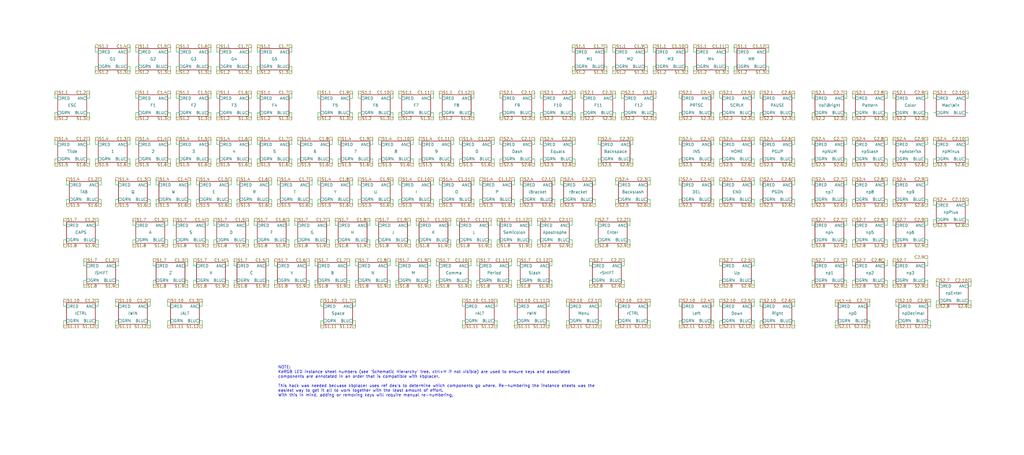
<source format=kicad_sch>
(kicad_sch (version 20250114) (generator "eeschema") (generator_version "9.0")
  (paper "User" 450 200)
  (text "NOTE:\nKeRGB LED instance sheet numbers (see 'Schematic Hierarchy' tree. ctrl+H if not visible) are used to ensure keys and associated\ncomponents are annotated in an order that is compatible with kbplacer.\n\nThis hack was needed becuase kbplacer uses ref des's to determine which components go where. Re-numbering the instance sheets was the\neasiest way to get it all to work together with the least amount of effort.\nWith this in mind, adding or removing keys will require manual re-numbering." (at 122.174 167.64 0) (effects (font (size 1.27 1.27)) (justify left)))
  (wire (pts (xy 242.57 81.28) (xy 243.84 81.28)))
  (wire (pts (xy 375.92 105.41) (xy 374.65 105.41)))
  (wire (pts (xy 214.63 99.06) (xy 215.9 99.06)))
  (wire (pts (xy 129.54 105.41) (xy 129.54 107.95)))
  (wire (pts (xy 349.25 49.53) (xy 349.25 52.07)))
  (wire (pts (xy 142.24 134.62) (xy 140.97 134.62)))
  (wire (pts (xy 323.85 22.86) (xy 322.58 22.86)))
  (wire (pts (xy 119.38 81.28) (xy 119.38 78.74)))
  (wire (pts (xy 425.45 63.5) (xy 425.45 60.96)))
  (wire (pts (xy 347.98 134.62) (xy 349.25 134.62)))
  (wire (pts (xy 316.23 134.62) (xy 316.23 132.08)))
  (wire (pts (xy 205.74 123.19) (xy 207.01 123.19)))
  (wire (pts (xy 52.07 140.97) (xy 50.8 140.97)))
  (wire (pts (xy 105.41 87.63) (xy 104.14 87.63)))
  (wire (pts (xy 370.84 87.63) (xy 372.11 87.63)))
  (wire (pts (xy 220.98 63.5) (xy 219.71 63.5)))
  (wire (pts (xy 356.87 87.63) (xy 356.87 90.17)))
  (wire (pts (xy 113.03 105.41) (xy 111.76 105.41)))
  (wire (pts (xy 367.03 140.97) (xy 367.03 143.51)))
  (wire (pts (xy 316.23 43.18) (xy 316.23 40.64)))
  (wire (pts (xy 392.43 69.85) (xy 392.43 72.39)))
  (wire (pts (xy 41.91 63.5) (xy 41.91 60.96)))
  (wire (pts (xy 165.1 105.41) (xy 165.1 107.95)))
  (wire (pts (xy 331.47 81.28) (xy 331.47 78.74)))
  (wire (pts (xy 313.69 69.85) (xy 313.69 72.39)))
  (wire (pts (xy 241.3 140.97) (xy 241.3 143.51)))
  (wire (pts (xy 165.1 99.06) (xy 165.1 96.52)))
  (wire (pts (xy 408.94 134.62) (xy 408.94 132.08)))
  (wire (pts (xy 224.79 81.28) (xy 226.06 81.28)))
  (wire (pts (xy 64.77 140.97) (xy 66.04 140.97)))
  (wire (pts (xy 59.69 69.85) (xy 59.69 72.39)))
  (wire (pts (xy 114.3 63.5) (xy 113.03 63.5)))
  (wire (pts (xy 278.13 69.85) (xy 278.13 72.39)))
  (wire (pts (xy 113.03 63.5) (xy 113.03 60.96)))
  (wire (pts (xy 138.43 123.19) (xy 138.43 125.73)))
  (wire (pts (xy 121.92 87.63) (xy 121.92 90.17)))
  (wire (pts (xy 312.42 140.97) (xy 313.69 140.97)))
  (wire (pts (xy 252.73 22.86) (xy 251.46 22.86)))
  (wire (pts (xy 114.3 22.86) (xy 113.03 22.86)))
  (wire (pts (xy 392.43 63.5) (xy 392.43 60.96)))
  (wire (pts (xy 372.11 63.5) (xy 372.11 60.96)))
  (wire (pts (xy 238.76 49.53) (xy 237.49 49.53)))
  (wire (pts (xy 317.5 63.5) (xy 316.23 63.5)))
  (wire (pts (xy 349.25 63.5) (xy 349.25 60.96)))
  (wire (pts (xy 69.85 87.63) (xy 68.58 87.63)))
  (wire (pts (xy 241.3 116.84) (xy 242.57 116.84)))
  (wire (pts (xy 212.09 87.63) (xy 210.82 87.63)))
  (wire (pts (xy 102.87 116.84) (xy 102.87 114.3)))
  (wire (pts (xy 190.5 49.53) (xy 190.5 52.07)))
  (wire (pts (xy 114.3 29.21) (xy 113.03 29.21)))
  (wire (pts (xy 180.34 63.5) (xy 181.61 63.5)))
  (wire (pts (xy 88.9 134.62) (xy 88.9 132.08)))
  (wire (pts (xy 298.45 69.85) (xy 298.45 72.39)))
  (wire (pts (xy 111.76 99.06) (xy 111.76 96.52)))
  (wire (pts (xy 317.5 140.97) (xy 316.23 140.97)))
  (wire (pts (xy 241.3 123.19) (xy 242.57 123.19)))
  (wire (pts (xy 266.7 29.21) (xy 266.7 31.75)))
  (wire (pts (xy 29.21 81.28) (xy 29.21 78.74)))
  (wire (pts (xy 406.4 49.53) (xy 407.67 49.53)))
  (wire (pts (xy 110.49 22.86) (xy 110.49 20.32)))
  (wire (pts (xy 38.1 116.84) (xy 36.83 116.84)))
  (wire (pts (xy 227.33 140.97) (xy 226.06 140.97)))
  (wire (pts (xy 78.74 49.53) (xy 77.47 49.53)))
  (wire (pts (xy 382.27 134.62) (xy 382.27 132.08)))
  (wire (pts (xy 312.42 49.53) (xy 313.69 49.53)))
  (wire (pts (xy 218.44 99.06) (xy 218.44 96.52)))
  (wire (pts (xy 393.7 123.19) (xy 392.43 123.19)))
  (wire (pts (xy 370.84 116.84) (xy 372.11 116.84)))
  (wire (pts (xy 207.01 49.53) (xy 208.28 49.53)))
  (wire (pts (xy 313.69 63.5) (xy 313.69 60.96)))
  (wire (pts (xy 176.53 43.18) (xy 175.26 43.18)))
  (wire (pts (xy 27.94 134.62) (xy 27.94 132.08)))
  (wire (pts (xy 193.04 116.84) (xy 191.77 116.84)))
  (wire (pts (xy 176.53 49.53) (xy 175.26 49.53)))
  (wire (pts (xy 287.02 29.21) (xy 287.02 31.75)))
  (wire (pts (xy 170.18 116.84) (xy 171.45 116.84)))
  (wire (pts (xy 262.89 99.06) (xy 261.62 99.06)))
  (wire (pts (xy 91.44 29.21) (xy 92.71 29.21)))
  (wire (pts (xy 389.89 99.06) (xy 389.89 96.52)))
  (wire (pts (xy 82.55 81.28) (xy 83.82 81.28)))
  (wire (pts (xy 242.57 87.63) (xy 243.84 87.63)))
  (wire (pts (xy 283.21 29.21) (xy 284.48 29.21)))
  (wire (pts (xy 110.49 29.21) (xy 110.49 31.75)))
  (wire (pts (xy 389.89 63.5) (xy 389.89 60.96)))
  (wire (pts (xy 411.48 63.5) (xy 410.21 63.5)))
  (wire (pts (xy 358.14 81.28) (xy 356.87 81.28)))
  (wire (pts (xy 288.29 22.86) (xy 287.02 22.86)))
  (wire (pts (xy 374.65 63.5) (xy 374.65 60.96)))
  (wire (pts (xy 407.67 105.41) (xy 407.67 107.95)))
  (wire (pts (xy 175.26 49.53) (xy 175.26 52.07)))
  (wire (pts (xy 208.28 81.28) (xy 208.28 78.74)))
  (wire (pts (xy 271.78 140.97) (xy 270.51 140.97)))
  (wire (pts (xy 60.96 43.18) (xy 59.69 43.18)))
  (wire (pts (xy 147.32 99.06) (xy 147.32 96.52)))
  (wire (pts (xy 77.47 69.85) (xy 77.47 72.39)))
  (wire (pts (xy 95.25 105.41) (xy 93.98 105.41)))
  (wire (pts (xy 179.07 105.41) (xy 180.34 105.41)))
  (wire (pts (xy 219.71 69.85) (xy 219.71 72.39)))
  (wire (pts (xy 374.65 43.18) (xy 374.65 40.64)))
  (wire (pts (xy 58.42 99.06) (xy 58.42 96.52)))
  (wire (pts (xy 205.74 116.84) (xy 207.01 116.84)))
  (wire (pts (xy 116.84 116.84) (xy 118.11 116.84)))
  (wire (pts (xy 276.86 63.5) (xy 278.13 63.5)))
  (wire (pts (xy 389.89 105.41) (xy 389.89 107.95)))
  (wire (pts (xy 237.49 43.18) (xy 237.49 40.64)))
  (wire (pts (xy 154.94 49.53) (xy 154.94 52.07)))
  (wire (pts (xy 259.08 123.19) (xy 259.08 125.73)))
  (wire (pts (xy 252.73 69.85) (xy 252.73 72.39)))
  (wire (pts (xy 356.87 123.19) (xy 356.87 125.73)))
  (wire (pts (xy 166.37 99.06) (xy 165.1 99.06)))
  (wire (pts (xy 330.2 43.18) (xy 331.47 43.18)))
  (wire (pts (xy 156.21 116.84) (xy 156.21 114.3)))
  (wire (pts (xy 190.5 87.63) (xy 190.5 90.17)))
  (wire (pts (xy 284.48 29.21) (xy 284.48 31.75)))
  (wire (pts (xy 269.24 22.86) (xy 269.24 20.32)))
  (wire (pts (xy 194.31 43.18) (xy 193.04 43.18)))
  (wire (pts (xy 256.54 49.53) (xy 255.27 49.53)))
  (wire (pts (xy 38.1 49.53) (xy 39.37 49.53)))
  (wire (pts (xy 27.94 99.06) (xy 27.94 96.52)))
  (wire (pts (xy 176.53 87.63) (xy 175.26 87.63)))
  (wire (pts (xy 313.69 87.63) (xy 313.69 90.17)))
  (wire (pts (xy 232.41 105.41) (xy 233.68 105.41)))
  (wire (pts (xy 393.7 140.97) (xy 393.7 143.51)))
  (wire (pts (xy 370.84 81.28) (xy 372.11 81.28)))
  (wire (pts (xy 412.75 132.08) (xy 411.48 132.08)))
  (wire (pts (xy 242.57 123.19) (xy 242.57 125.73)))
  (wire (pts (xy 172.72 43.18) (xy 172.72 40.64)))
  (wire (pts (xy 81.28 116.84) (xy 82.55 116.84)))
  (wire (pts (xy 252.73 63.5) (xy 252.73 60.96)))
  (wire (pts (xy 374.65 99.06) (xy 374.65 96.52)))
  (wire (pts (xy 128.27 63.5) (xy 128.27 60.96)))
  (wire (pts (xy 266.7 22.86) (xy 266.7 20.32)))
  (wire (pts (xy 407.67 63.5) (xy 407.67 60.96)))
  (wire (pts (xy 334.01 49.53) (xy 334.01 52.07)))
  (wire (pts (xy 424.18 43.18) (xy 425.45 43.18)))
  (wire (pts (xy 424.18 96.52) (xy 425.45 96.52)))
  (wire (pts (xy 191.77 116.84) (xy 191.77 114.3)))
  (wire (pts (xy 152.4 123.19) (xy 153.67 123.19)))
  (wire (pts (xy 241.3 134.62) (xy 241.3 132.08)))
  (wire (pts (xy 96.52 69.85) (xy 95.25 69.85)))
  (wire (pts (xy 43.18 134.62) (xy 43.18 132.08)))
  (wire (pts (xy 412.75 125.73) (xy 411.48 125.73)))
  (wire (pts (xy 110.49 43.18) (xy 110.49 40.64)))
  (wire (pts (xy 158.75 81.28) (xy 157.48 81.28)))
  (wire (pts (xy 100.33 81.28) (xy 101.6 81.28)))
  (wire (pts (xy 110.49 49.53) (xy 110.49 52.07)))
  (wire (pts (xy 64.77 87.63) (xy 66.04 87.63)))
  (wire (pts (xy 91.44 63.5) (xy 92.71 63.5)))
  (wire (pts (xy 172.72 49.53) (xy 172.72 52.07)))
  (wire (pts (xy 157.48 81.28) (xy 157.48 78.74)))
  (wire (pts (xy 135.89 123.19) (xy 135.89 125.73)))
  (wire (pts (xy 274.32 123.19) (xy 274.32 125.73)))
  (wire (pts (xy 320.04 22.86) (xy 320.04 20.32)))
  (wire (pts (xy 331.47 140.97) (xy 331.47 143.51)))
  (wire (pts (xy 410.21 43.18) (xy 410.21 40.64)))
  (wire (pts (xy 191.77 123.19) (xy 191.77 125.73)))
  (wire (pts (xy 135.89 81.28) (xy 137.16 81.28)))
  (wire (pts (xy 335.28 43.18) (xy 334.01 43.18)))
  (wire (pts (xy 57.15 29.21) (xy 57.15 31.75)))
  (wire (pts (xy 127 69.85) (xy 128.27 69.85)))
  (wire (pts (xy 347.98 63.5) (xy 349.25 63.5)))
  (wire (pts (xy 43.18 99.06) (xy 43.18 96.52)))
  (wire (pts (xy 299.72 49.53) (xy 298.45 49.53)))
  (wire (pts (xy 210.82 116.84) (xy 209.55 116.84)))
  (wire (pts (xy 109.22 22.86) (xy 110.49 22.86)))
  (wire (pts (xy 330.2 49.53) (xy 331.47 49.53)))
  (wire (pts (xy 426.72 132.08) (xy 426.72 134.62)))
  (wire (pts (xy 406.4 123.19) (xy 407.67 123.19)))
  (wire (pts (xy 99.06 123.19) (xy 100.33 123.19)))
  (wire (pts (xy 92.71 49.53) (xy 92.71 52.07)))
  (wire (pts (xy 146.05 69.85) (xy 146.05 72.39)))
  (wire (pts (xy 90.17 105.41) (xy 91.44 105.41)))
  (wire (pts (xy 411.48 49.53) (xy 410.21 49.53)))
  (wire (pts (xy 335.28 134.62) (xy 334.01 134.62)))
  (wire (pts (xy 389.89 69.85) (xy 389.89 72.39)))
  (wire (pts (xy 330.2 134.62) (xy 331.47 134.62)))
  (wire (pts (xy 144.78 63.5) (xy 146.05 63.5)))
  (wire (pts (xy 180.34 69.85) (xy 181.61 69.85)))
  (wire (pts (xy 107.95 105.41) (xy 109.22 105.41)))
  (wire (pts (xy 114.3 43.18) (xy 113.03 43.18)))
  (wire (pts (xy 76.2 105.41) (xy 76.2 107.95)))
  (wire (pts (xy 59.69 99.06) (xy 58.42 99.06)))
  (wire (pts (xy 128.27 69.85) (xy 128.27 72.39)))
  (wire (pts (xy 52.07 134.62) (xy 50.8 134.62)))
  (wire (pts (xy 330.2 69.85) (xy 331.47 69.85)))
  (wire (pts (xy 109.22 43.18) (xy 110.49 43.18)))
  (wire (pts (xy 425.45 69.85) (xy 425.45 72.39)))
  (wire (pts (xy 184.15 105.41) (xy 182.88 105.41)))
  (wire (pts (xy 135.89 116.84) (xy 135.89 114.3)))
  (wire (pts (xy 162.56 105.41) (xy 162.56 107.95)))
  (wire (pts (xy 393.7 134.62) (xy 393.7 132.08)))
  (wire (pts (xy 288.29 43.18) (xy 288.29 40.64)))
  (wire (pts (xy 193.04 87.63) (xy 193.04 90.17)))
  (wire (pts (xy 83.82 81.28) (xy 83.82 78.74)))
  (wire (pts (xy 162.56 63.5) (xy 163.83 63.5)))
  (wire (pts (xy 184.15 99.06) (xy 182.88 99.06)))
  (wire (pts (xy 91.44 49.53) (xy 92.71 49.53)))
  (wire (pts (xy 55.88 69.85) (xy 57.15 69.85)))
  (wire (pts (xy 127 43.18) (xy 128.27 43.18)))
  (wire (pts (xy 358.14 99.06) (xy 356.87 99.06)))
  (wire (pts (xy 407.67 43.18) (xy 407.67 40.64)))
  (wire (pts (xy 411.48 90.17) (xy 410.21 90.17)))
  (wire (pts (xy 330.2 116.84) (xy 331.47 116.84)))
  (wire (pts (xy 52.07 123.19) (xy 52.07 125.73)))
  (wire (pts (xy 185.42 69.85) (xy 184.15 69.85)))
  (wire (pts (xy 69.85 81.28) (xy 68.58 81.28)))
  (wire (pts (xy 356.87 105.41) (xy 356.87 107.95)))
  (wire (pts (xy 406.4 116.84) (xy 407.67 116.84)))
  (wire (pts (xy 407.67 134.62) (xy 408.94 134.62)))
  (wire (pts (xy 59.69 22.86) (xy 59.69 20.32)))
  (wire (pts (xy 68.58 116.84) (xy 67.31 116.84)))
  (wire (pts (xy 207.01 123.19) (xy 207.01 125.73)))
  (wire (pts (xy 85.09 116.84) (xy 85.09 114.3)))
  (wire (pts (xy 219.71 63.5) (xy 219.71 60.96)))
  (wire (pts (xy 334.01 63.5) (xy 334.01 60.96)))
  (wire (pts (xy 74.93 63.5) (xy 74.93 60.96)))
  (wire (pts (xy 247.65 81.28) (xy 246.38 81.28)))
  (wire (pts (xy 388.62 99.06) (xy 389.89 99.06)))
  (wire (pts (xy 73.66 49.53) (xy 74.93 49.53)))
  (wire (pts (xy 392.43 123.19) (xy 392.43 125.73)))
  (wire (pts (xy 50.8 116.84) (xy 52.07 116.84)))
  (wire (pts (xy 91.44 99.06) (xy 91.44 96.52)))
  (wire (pts (xy 375.92 123.19) (xy 374.65 123.19)))
  (wire (pts (xy 334.01 43.18) (xy 334.01 40.64)))
  (wire (pts (xy 237.49 105.41) (xy 236.22 105.41)))
  (wire (pts (xy 260.35 87.63) (xy 261.62 87.63)))
  (wire (pts (xy 393.7 63.5) (xy 392.43 63.5)))
  (wire (pts (xy 217.17 63.5) (xy 217.17 60.96)))
  (wire (pts (xy 29.21 105.41) (xy 27.94 105.41)))
  (wire (pts (xy 38.1 123.19) (xy 36.83 123.19)))
  (wire (pts (xy 96.52 29.21) (xy 95.25 29.21)))
  (wire (pts (xy 166.37 69.85) (xy 166.37 72.39)))
  (wire (pts (xy 83.82 87.63) (xy 83.82 90.17)))
  (wire (pts (xy 228.6 87.63) (xy 228.6 90.17)))
  (wire (pts (xy 127 99.06) (xy 127 96.52)))
  (wire (pts (xy 36.83 116.84) (xy 36.83 114.3)))
  (wire (pts (xy 298.45 87.63) (xy 298.45 90.17)))
  (wire (pts (xy 41.91 99.06) (xy 43.18 99.06)))
  (wire (pts (xy 140.97 43.18) (xy 139.7 43.18)))
  (wire (pts (xy 337.82 29.21) (xy 337.82 31.75)))
  (wire (pts (xy 193.04 49.53) (xy 193.04 52.07)))
  (wire (pts (xy 74.93 43.18) (xy 74.93 40.64)))
  (wire (pts (xy 96.52 63.5) (xy 95.25 63.5)))
  (wire (pts (xy 217.17 140.97) (xy 218.44 140.97)))
  (wire (pts (xy 87.63 134.62) (xy 88.9 134.62)))
  (wire (pts (xy 273.05 116.84) (xy 274.32 116.84)))
  (wire (pts (xy 127 29.21) (xy 128.27 29.21)))
  (wire (pts (xy 147.32 105.41) (xy 147.32 107.95)))
  (wire (pts (xy 109.22 69.85) (xy 110.49 69.85)))
  (wire (pts (xy 67.31 116.84) (xy 67.31 114.3)))
  (wire (pts (xy 148.59 69.85) (xy 148.59 72.39)))
  (wire (pts (xy 149.86 63.5) (xy 148.59 63.5)))
  (wire (pts (xy 128.27 29.21) (xy 128.27 31.75)))
  (wire (pts (xy 59.69 63.5) (xy 59.69 60.96)))
  (wire (pts (xy 127 49.53) (xy 128.27 49.53)))
  (wire (pts (xy 372.11 81.28) (xy 372.11 78.74)))
  (wire (pts (xy 298.45 43.18) (xy 298.45 40.64)))
  (wire (pts (xy 157.48 116.84) (xy 156.21 116.84)))
  (wire (pts (xy 226.06 87.63) (xy 226.06 90.17)))
  (wire (pts (xy 189.23 81.28) (xy 190.5 81.28)))
  (wire (pts (xy 153.67 81.28) (xy 154.94 81.28)))
  (wire (pts (xy 425.45 90.17) (xy 425.45 87.63)))
  (wire (pts (xy 224.79 123.19) (xy 224.79 125.73)))
  (wire (pts (xy 275.59 105.41) (xy 276.86 105.41)))
  (wire (pts (xy 132.08 63.5) (xy 130.81 63.5)))
  (wire (pts (xy 264.16 140.97) (xy 264.16 143.51)))
  (wire (pts (xy 313.69 81.28) (xy 313.69 78.74)))
  (wire (pts (xy 217.17 69.85) (xy 217.17 72.39)))
  (wire (pts (xy 68.58 87.63) (xy 68.58 90.17)))
  (wire (pts (xy 142.24 140.97) (xy 140.97 140.97)))
  (wire (pts (xy 274.32 116.84) (xy 274.32 114.3)))
  (wire (pts (xy 78.74 63.5) (xy 77.47 63.5)))
  (wire (pts (xy 392.43 87.63) (xy 392.43 90.17)))
  (wire (pts (xy 236.22 99.06) (xy 236.22 96.52)))
  (wire (pts (xy 229.87 87.63) (xy 228.6 87.63)))
  (wire (pts (xy 114.3 49.53) (xy 113.03 49.53)))
  (wire (pts (xy 43.18 69.85) (xy 41.91 69.85)))
  (wire (pts (xy 138.43 116.84) (xy 138.43 114.3)))
  (wire (pts (xy 215.9 69.85) (xy 217.17 69.85)))
  (wire (pts (xy 109.22 105.41) (xy 109.22 107.95)))
  (wire (pts (xy 111.76 105.41) (xy 111.76 107.95)))
  (wire (pts (xy 375.92 43.18) (xy 374.65 43.18)))
  (wire (pts (xy 140.97 49.53) (xy 139.7 49.53)))
  (wire (pts (xy 317.5 116.84) (xy 316.23 116.84)))
  (wire (pts (xy 316.23 81.28) (xy 316.23 78.74)))
  (wire (pts (xy 173.99 123.19) (xy 173.99 125.73)))
  (wire (pts (xy 91.44 69.85) (xy 92.71 69.85)))
  (wire (pts (xy 127 22.86) (xy 128.27 22.86)))
  (wire (pts (xy 331.47 134.62) (xy 331.47 132.08)))
  (wire (pts (xy 93.98 99.06) (xy 93.98 96.52)))
  (wire (pts (xy 60.96 22.86) (xy 59.69 22.86)))
  (wire (pts (xy 86.36 116.84) (xy 85.09 116.84)))
  (wire (pts (xy 92.71 43.18) (xy 92.71 40.64)))
  (wire (pts (xy 109.22 29.21) (xy 110.49 29.21)))
  (wire (pts (xy 59.69 43.18) (xy 59.69 40.64)))
  (wire (pts (xy 313.69 43.18) (xy 313.69 40.64)))
  (wire (pts (xy 287.02 22.86) (xy 287.02 20.32)))
  (wire (pts (xy 424.18 69.85) (xy 425.45 69.85)))
  (wire (pts (xy 227.33 134.62) (xy 226.06 134.62)))
  (wire (pts (xy 109.22 63.5) (xy 110.49 63.5)))
  (wire (pts (xy 375.92 99.06) (xy 374.65 99.06)))
  (wire (pts (xy 41.91 105.41) (xy 43.18 105.41)))
  (wire (pts (xy 411.48 125.73) (xy 411.48 123.19)))
  (wire (pts (xy 252.73 29.21) (xy 251.46 29.21)))
  (wire (pts (xy 335.28 87.63) (xy 334.01 87.63)))
  (wire (pts (xy 232.41 99.06) (xy 233.68 99.06)))
  (wire (pts (xy 276.86 99.06) (xy 276.86 96.52)))
  (wire (pts (xy 50.8 123.19) (xy 52.07 123.19)))
  (wire (pts (xy 288.29 49.53) (xy 288.29 52.07)))
  (wire (pts (xy 154.94 134.62) (xy 156.21 134.62)))
  (wire (pts (xy 77.47 105.41) (xy 76.2 105.41)))
  (wire (pts (xy 285.75 140.97) (xy 285.75 143.51)))
  (wire (pts (xy 207.01 87.63) (xy 208.28 87.63)))
  (wire (pts (xy 118.11 87.63) (xy 119.38 87.63)))
  (wire (pts (xy 81.28 123.19) (xy 82.55 123.19)))
  (wire (pts (xy 172.72 81.28) (xy 172.72 78.74)))
  (wire (pts (xy 375.92 49.53) (xy 374.65 49.53)))
  (wire (pts (xy 130.81 99.06) (xy 129.54 99.06)))
  (wire (pts (xy 224.79 116.84) (xy 224.79 114.3)))
  (wire (pts (xy 358.14 43.18) (xy 356.87 43.18)))
  (wire (pts (xy 269.24 43.18) (xy 270.51 43.18)))
  (wire (pts (xy 270.51 140.97) (xy 270.51 143.51)))
  (wire (pts (xy 260.35 116.84) (xy 259.08 116.84)))
  (wire (pts (xy 199.39 69.85) (xy 199.39 72.39)))
  (wire (pts (xy 118.11 81.28) (xy 119.38 81.28)))
  (wire (pts (xy 256.54 43.18) (xy 255.27 43.18)))
  (wire (pts (xy 171.45 123.19) (xy 171.45 125.73)))
  (wire (pts (xy 347.98 87.63) (xy 349.25 87.63)))
  (wire (pts (xy 87.63 81.28) (xy 86.36 81.28)))
  (wire (pts (xy 372.11 49.53) (xy 372.11 52.07)))
  (wire (pts (xy 200.66 99.06) (xy 200.66 96.52)))
  (wire (pts (xy 78.74 43.18) (xy 77.47 43.18)))
  (wire (pts (xy 176.53 81.28) (xy 175.26 81.28)))
  (wire (pts (xy 95.25 69.85) (xy 95.25 72.39)))
  (wire (pts (xy 43.18 22.86) (xy 41.91 22.86)))
  (wire (pts (xy 66.04 81.28) (xy 66.04 78.74)))
  (wire (pts (xy 189.23 43.18) (xy 190.5 43.18)))
  (wire (pts (xy 312.42 63.5) (xy 313.69 63.5)))
  (wire (pts (xy 316.23 140.97) (xy 316.23 143.51)))
  (wire (pts (xy 180.34 105.41) (xy 180.34 107.95)))
  (wire (pts (xy 243.84 87.63) (xy 243.84 90.17)))
  (wire (pts (xy 92.71 69.85) (xy 92.71 72.39)))
  (wire (pts (xy 163.83 63.5) (xy 163.83 60.96)))
  (wire (pts (xy 335.28 81.28) (xy 334.01 81.28)))
  (wire (pts (xy 207.01 116.84) (xy 207.01 114.3)))
  (wire (pts (xy 105.41 81.28) (xy 104.14 81.28)))
  (wire (pts (xy 73.66 134.62) (xy 73.66 132.08)))
  (wire (pts (xy 128.27 43.18) (xy 128.27 40.64)))
  (wire (pts (xy 228.6 123.19) (xy 227.33 123.19)))
  (wire (pts (xy 158.75 87.63) (xy 157.48 87.63)))
  (wire (pts (xy 323.85 29.21) (xy 322.58 29.21)))
  (wire (pts (xy 389.89 116.84) (xy 389.89 114.3)))
  (wire (pts (xy 128.27 22.86) (xy 128.27 20.32)))
  (wire (pts (xy 30.48 87.63) (xy 29.21 87.63)))
  (wire (pts (xy 407.67 116.84) (xy 407.67 114.3)))
  (wire (pts (xy 388.62 87.63) (xy 389.89 87.63)))
  (wire (pts (xy 406.4 81.28) (xy 407.67 81.28)))
  (wire (pts (xy 25.4 63.5) (xy 24.13 63.5)))
  (wire (pts (xy 367.03 134.62) (xy 367.03 132.08)))
  (wire (pts (xy 140.97 140.97) (xy 140.97 143.51)))
  (wire (pts (xy 335.28 49.53) (xy 334.01 49.53)))
  (wire (pts (xy 44.45 87.63) (xy 44.45 90.17)))
  (wire (pts (xy 172.72 87.63) (xy 172.72 90.17)))
  (wire (pts (xy 110.49 69.85) (xy 110.49 72.39)))
  (wire (pts (xy 273.05 49.53) (xy 273.05 52.07)))
  (wire (pts (xy 299.72 87.63) (xy 298.45 87.63)))
  (wire (pts (xy 331.47 123.19) (xy 331.47 125.73)))
  (wire (pts (xy 163.83 69.85) (xy 163.83 72.39)))
  (wire (pts (xy 95.25 63.5) (xy 95.25 60.96)))
  (wire (pts (xy 187.96 116.84) (xy 189.23 116.84)))
  (wire (pts (xy 114.3 69.85) (xy 113.03 69.85)))
  (wire (pts (xy 374.65 81.28) (xy 374.65 78.74)))
  (wire (pts (xy 189.23 123.19) (xy 189.23 125.73)))
  (wire (pts (xy 233.68 105.41) (xy 233.68 107.95)))
  (wire (pts (xy 347.98 140.97) (xy 349.25 140.97)))
  (wire (pts (xy 68.58 123.19) (xy 67.31 123.19)))
  (wire (pts (xy 60.96 63.5) (xy 59.69 63.5)))
  (wire (pts (xy 64.77 81.28) (xy 66.04 81.28)))
  (wire (pts (xy 316.23 123.19) (xy 316.23 125.73)))
  (wire (pts (xy 370.84 63.5) (xy 372.11 63.5)))
  (wire (pts (xy 312.42 43.18) (xy 313.69 43.18)))
  (wire (pts (xy 140.97 81.28) (xy 139.7 81.28)))
  (wire (pts (xy 86.36 87.63) (xy 86.36 90.17)))
  (wire (pts (xy 330.2 123.19) (xy 331.47 123.19)))
  (wire (pts (xy 86.36 81.28) (xy 86.36 78.74)))
  (wire (pts (xy 200.66 105.41) (xy 200.66 107.95)))
  (wire (pts (xy 226.06 140.97) (xy 226.06 143.51)))
  (wire (pts (xy 50.8 81.28) (xy 50.8 78.74)))
  (wire (pts (xy 104.14 81.28) (xy 104.14 78.74)))
  (wire (pts (xy 274.32 43.18) (xy 273.05 43.18)))
  (wire (pts (xy 236.22 105.41) (xy 236.22 107.95)))
  (wire (pts (xy 334.01 87.63) (xy 334.01 90.17)))
  (wire (pts (xy 318.77 22.86) (xy 320.04 22.86)))
  (wire (pts (xy 411.48 69.85) (xy 410.21 69.85)))
  (wire (pts (xy 226.06 81.28) (xy 226.06 78.74)))
  (wire (pts (xy 270.51 134.62) (xy 270.51 132.08)))
  (wire (pts (xy 407.67 123.19) (xy 407.67 125.73)))
  (wire (pts (xy 260.35 81.28) (xy 261.62 81.28)))
  (wire (pts (xy 73.66 63.5) (xy 74.93 63.5)))
  (wire (pts (xy 166.37 105.41) (xy 165.1 105.41)))
  (wire (pts (xy 226.06 134.62) (xy 226.06 132.08)))
  (wire (pts (xy 161.29 105.41) (xy 162.56 105.41)))
  (wire (pts (xy 171.45 116.84) (xy 171.45 114.3)))
  (wire (pts (xy 425.45 96.52) (xy 425.45 99.06)))
  (wire (pts (xy 78.74 69.85) (xy 77.47 69.85)))
  (wire (pts (xy 121.92 116.84) (xy 120.65 116.84)))
  (wire (pts (xy 406.4 43.18) (xy 407.67 43.18)))
  (wire (pts (xy 203.2 69.85) (xy 201.93 69.85)))
  (wire (pts (xy 370.84 49.53) (xy 372.11 49.53)))
  (wire (pts (xy 356.87 43.18) (xy 356.87 40.64)))
  (wire (pts (xy 95.25 22.86) (xy 95.25 20.32)))
  (wire (pts (xy 407.67 81.28) (xy 407.67 78.74)))
  (wire (pts (xy 262.89 140.97) (xy 264.16 140.97)))
  (wire (pts (xy 173.99 116.84) (xy 173.99 114.3)))
  (wire (pts (xy 368.3 140.97) (xy 367.03 140.97)))
  (wire (pts (xy 375.92 63.5) (xy 374.65 63.5)))
  (wire (pts (xy 27.94 105.41) (xy 27.94 107.95)))
  (wire (pts (xy 219.71 43.18) (xy 219.71 40.64)))
  (wire (pts (xy 299.72 43.18) (xy 298.45 43.18)))
  (wire (pts (xy 185.42 63.5) (xy 184.15 63.5)))
  (wire (pts (xy 285.75 81.28) (xy 285.75 78.74)))
  (wire (pts (xy 392.43 49.53) (xy 392.43 52.07)))
  (wire (pts (xy 358.14 49.53) (xy 356.87 49.53)))
  (wire (pts (xy 407.67 140.97) (xy 408.94 140.97)))
  (wire (pts (xy 60.96 69.85) (xy 59.69 69.85)))
  (wire (pts (xy 313.69 49.53) (xy 313.69 52.07)))
  (wire (pts (xy 334.01 81.28) (xy 334.01 78.74)))
  (wire (pts (xy 39.37 43.18) (xy 39.37 40.64)))
  (wire (pts (xy 349.25 69.85) (xy 349.25 72.39)))
  (wire (pts (xy 88.9 140.97) (xy 88.9 143.51)))
  (wire (pts (xy 251.46 63.5) (xy 252.73 63.5)))
  (wire (pts (xy 43.18 105.41) (xy 43.18 107.95)))
  (wire (pts (xy 102.87 123.19) (xy 102.87 125.73)))
  (wire (pts (xy 91.44 22.86) (xy 92.71 22.86)))
  (wire (pts (xy 72.39 99.06) (xy 73.66 99.06)))
  (wire (pts (xy 392.43 81.28) (xy 392.43 78.74)))
  (wire (pts (xy 190.5 81.28) (xy 190.5 78.74)))
  (wire (pts (xy 233.68 69.85) (xy 234.95 69.85)))
  (wire (pts (xy 388.62 81.28) (xy 389.89 81.28)))
  (wire (pts (xy 180.34 99.06) (xy 180.34 96.52)))
  (wire (pts (xy 250.19 140.97) (xy 248.92 140.97)))
  (wire (pts (xy 374.65 69.85) (xy 374.65 72.39)))
  (wire (pts (xy 86.36 123.19) (xy 85.09 123.19)))
  (wire (pts (xy 55.88 29.21) (xy 57.15 29.21)))
  (wire (pts (xy 148.59 63.5) (xy 148.59 60.96)))
  (wire (pts (xy 299.72 69.85) (xy 298.45 69.85)))
  (wire (pts (xy 393.7 49.53) (xy 392.43 49.53)))
  (wire (pts (xy 137.16 81.28) (xy 137.16 78.74)))
  (wire (pts (xy 284.48 81.28) (xy 285.75 81.28)))
  (wire (pts (xy 113.03 22.86) (xy 113.03 20.32)))
  (wire (pts (xy 330.2 81.28) (xy 331.47 81.28)))
  (wire (pts (xy 248.92 140.97) (xy 248.92 143.51)))
  (wire (pts (xy 52.07 81.28) (xy 50.8 81.28)))
  (wire (pts (xy 283.21 22.86) (xy 284.48 22.86)))
  (wire (pts (xy 336.55 22.86) (xy 337.82 22.86)))
  (wire (pts (xy 204.47 140.97) (xy 203.2 140.97)))
  (wire (pts (xy 158.75 43.18) (xy 157.48 43.18)))
  (wire (pts (xy 41.91 69.85) (xy 41.91 72.39)))
  (wire (pts (xy 316.23 49.53) (xy 316.23 52.07)))
  (wire (pts (xy 411.48 132.08) (xy 411.48 134.62)))
  (wire (pts (xy 139.7 116.84) (xy 138.43 116.84)))
  (wire (pts (xy 250.19 99.06) (xy 251.46 99.06)))
  (wire (pts (xy 356.87 63.5) (xy 356.87 60.96)))
  (wire (pts (xy 96.52 22.86) (xy 95.25 22.86)))
  (wire (pts (xy 184.15 69.85) (xy 184.15 72.39)))
  (wire (pts (xy 203.2 134.62) (xy 203.2 132.08)))
  (wire (pts (xy 74.93 49.53) (xy 74.93 52.07)))
  (wire (pts (xy 154.94 43.18) (xy 154.94 40.64)))
  (wire (pts (xy 408.94 140.97) (xy 408.94 143.51)))
  (wire (pts (xy 135.89 87.63) (xy 137.16 87.63)))
  (wire (pts (xy 264.16 134.62) (xy 264.16 132.08)))
  (wire (pts (xy 96.52 43.18) (xy 95.25 43.18)))
  (wire (pts (xy 78.74 29.21) (xy 77.47 29.21)))
  (wire (pts (xy 76.2 99.06) (xy 76.2 96.52)))
  (wire (pts (xy 372.11 99.06) (xy 372.11 96.52)))
  (wire (pts (xy 262.89 134.62) (xy 264.16 134.62)))
  (wire (pts (xy 210.82 123.19) (xy 209.55 123.19)))
  (wire (pts (xy 125.73 105.41) (xy 127 105.41)))
  (wire (pts (xy 38.1 63.5) (xy 39.37 63.5)))
  (wire (pts (xy 55.88 22.86) (xy 57.15 22.86)))
  (wire (pts (xy 392.43 43.18) (xy 392.43 40.64)))
  (wire (pts (xy 95.25 43.18) (xy 95.25 40.64)))
  (wire (pts (xy 92.71 22.86) (xy 92.71 20.32)))
  (wire (pts (xy 251.46 22.86) (xy 251.46 20.32)))
  (wire (pts (xy 161.29 99.06) (xy 162.56 99.06)))
  (wire (pts (xy 302.26 29.21) (xy 302.26 31.75)))
  (wire (pts (xy 372.11 69.85) (xy 372.11 72.39)))
  (wire (pts (xy 372.11 87.63) (xy 372.11 90.17)))
  (wire (pts (xy 57.15 22.86) (xy 57.15 20.32)))
  (wire (pts (xy 59.69 105.41) (xy 58.42 105.41)))
  (wire (pts (xy 392.43 99.06) (xy 392.43 96.52)))
  (wire (pts (xy 132.08 69.85) (xy 130.81 69.85)))
  (wire (pts (xy 73.66 105.41) (xy 73.66 107.95)))
  (wire (pts (xy 201.93 63.5) (xy 201.93 60.96)))
  (wire (pts (xy 299.72 140.97) (xy 298.45 140.97)))
  (wire (pts (xy 175.26 123.19) (xy 173.99 123.19)))
  (wire (pts (xy 100.33 116.84) (xy 100.33 114.3)))
  (wire (pts (xy 410.21 90.17) (xy 410.21 87.63)))
  (wire (pts (xy 237.49 49.53) (xy 237.49 52.07)))
  (wire (pts (xy 394.97 140.97) (xy 393.7 140.97)))
  (wire (pts (xy 27.94 140.97) (xy 27.94 143.51)))
  (wire (pts (xy 389.89 87.63) (xy 389.89 90.17)))
  (wire (pts (xy 246.38 87.63) (xy 246.38 90.17)))
  (wire (pts (xy 237.49 69.85) (xy 237.49 72.39)))
  (wire (pts (xy 372.11 123.19) (xy 372.11 125.73)))
  (wire (pts (xy 251.46 29.21) (xy 251.46 31.75)))
  (wire (pts (xy 220.98 69.85) (xy 219.71 69.85)))
  (wire (pts (xy 227.33 116.84) (xy 227.33 114.3)))
  (wire (pts (xy 38.1 69.85) (xy 39.37 69.85)))
  (wire (pts (xy 234.95 63.5) (xy 234.95 60.96)))
  (wire (pts (xy 298.45 140.97) (xy 298.45 143.51)))
  (wire (pts (xy 349.25 87.63) (xy 349.25 90.17)))
  (wire (pts (xy 318.77 29.21) (xy 320.04 29.21)))
  (wire (pts (xy 153.67 43.18) (xy 154.94 43.18)))
  (wire (pts (xy 368.3 134.62) (xy 367.03 134.62)))
  (wire (pts (xy 153.67 123.19) (xy 153.67 125.73)))
  (wire (pts (xy 337.82 22.86) (xy 337.82 20.32)))
  (wire (pts (xy 223.52 123.19) (xy 224.79 123.19)))
  (wire (pts (xy 276.86 105.41) (xy 276.86 107.95)))
  (wire (pts (xy 66.04 87.63) (xy 66.04 90.17)))
  (wire (pts (xy 162.56 69.85) (xy 163.83 69.85)))
  (wire (pts (xy 275.59 99.06) (xy 276.86 99.06)))
  (wire (pts (xy 298.45 134.62) (xy 298.45 132.08)))
  (wire (pts (xy 393.7 69.85) (xy 392.43 69.85)))
  (wire (pts (xy 388.62 69.85) (xy 389.89 69.85)))
  (wire (pts (xy 238.76 43.18) (xy 237.49 43.18)))
  (wire (pts (xy 299.72 134.62) (xy 298.45 134.62)))
  (wire (pts (xy 306.07 29.21) (xy 304.8 29.21)))
  (wire (pts (xy 247.65 87.63) (xy 246.38 87.63)))
  (wire (pts (xy 302.26 22.86) (xy 302.26 20.32)))
  (wire (pts (xy 349.25 81.28) (xy 349.25 78.74)))
  (wire (pts (xy 410.21 96.52) (xy 410.21 99.06)))
  (wire (pts (xy 375.92 69.85) (xy 374.65 69.85)))
  (wire (pts (xy 331.47 116.84) (xy 331.47 114.3)))
  (wire (pts (xy 39.37 49.53) (xy 39.37 52.07)))
  (wire (pts (xy 109.22 49.53) (xy 110.49 49.53)))
  (wire (pts (xy 104.14 116.84) (xy 102.87 116.84)))
  (wire (pts (xy 304.8 29.21) (xy 304.8 31.75)))
  (wire (pts (xy 140.97 87.63) (xy 139.7 87.63)))
  (wire (pts (xy 331.47 49.53) (xy 331.47 52.07)))
  (wire (pts (xy 171.45 43.18) (xy 172.72 43.18)))
  (wire (pts (xy 193.04 43.18) (xy 193.04 40.64)))
  (wire (pts (xy 265.43 22.86) (xy 266.7 22.86)))
  (wire (pts (xy 312.42 81.28) (xy 313.69 81.28)))
  (wire (pts (xy 406.4 87.63) (xy 407.67 87.63)))
  (wire (pts (xy 393.7 81.28) (xy 392.43 81.28)))
  (wire (pts (xy 393.7 116.84) (xy 392.43 116.84)))
  (wire (pts (xy 215.9 105.41) (xy 215.9 107.95)))
  (wire (pts (xy 64.77 134.62) (xy 66.04 134.62)))
  (wire (pts (xy 73.66 22.86) (xy 74.93 22.86)))
  (wire (pts (xy 388.62 63.5) (xy 389.89 63.5)))
  (wire (pts (xy 349.25 134.62) (xy 349.25 132.08)))
  (wire (pts (xy 317.5 81.28) (xy 316.23 81.28)))
  (wire (pts (xy 148.59 105.41) (xy 147.32 105.41)))
  (wire (pts (xy 52.07 116.84) (xy 52.07 114.3)))
  (wire (pts (xy 271.78 81.28) (xy 270.51 81.28)))
  (wire (pts (xy 334.01 140.97) (xy 334.01 143.51)))
  (wire (pts (xy 209.55 123.19) (xy 209.55 125.73)))
  (wire (pts (xy 91.44 43.18) (xy 92.71 43.18)))
  (wire (pts (xy 238.76 63.5) (xy 237.49 63.5)))
  (wire (pts (xy 425.45 43.18) (xy 425.45 40.64)))
  (wire (pts (xy 140.97 134.62) (xy 140.97 132.08)))
  (wire (pts (xy 119.38 87.63) (xy 119.38 90.17)))
  (wire (pts (xy 143.51 105.41) (xy 144.78 105.41)))
  (wire (pts (xy 198.12 63.5) (xy 199.39 63.5)))
  (wire (pts (xy 331.47 63.5) (xy 331.47 60.96)))
  (wire (pts (xy 59.69 49.53) (xy 59.69 52.07)))
  (wire (pts (xy 170.18 123.19) (xy 171.45 123.19)))
  (wire (pts (xy 43.18 29.21) (xy 41.91 29.21)))
  (wire (pts (xy 95.25 29.21) (xy 95.25 31.75)))
  (wire (pts (xy 59.69 29.21) (xy 59.69 31.75)))
  (wire (pts (xy 24.13 69.85) (xy 24.13 72.39)))
  (wire (pts (xy 29.21 140.97) (xy 27.94 140.97)))
  (wire (pts (xy 393.7 43.18) (xy 392.43 43.18)))
  (wire (pts (xy 41.91 134.62) (xy 43.18 134.62)))
  (wire (pts (xy 153.67 87.63) (xy 154.94 87.63)))
  (wire (pts (xy 73.66 29.21) (xy 74.93 29.21)))
  (wire (pts (xy 242.57 116.84) (xy 242.57 114.3)))
  (wire (pts (xy 130.81 105.41) (xy 129.54 105.41)))
  (wire (pts (xy 223.52 116.84) (xy 224.79 116.84)))
  (wire (pts (xy 201.93 99.06) (xy 200.66 99.06)))
  (wire (pts (xy 251.46 105.41) (xy 251.46 107.95)))
  (wire (pts (xy 271.78 134.62) (xy 270.51 134.62)))
  (wire (pts (xy 358.14 123.19) (xy 356.87 123.19)))
  (wire (pts (xy 101.6 87.63) (xy 101.6 90.17)))
  (wire (pts (xy 100.33 87.63) (xy 101.6 87.63)))
  (wire (pts (xy 182.88 99.06) (xy 182.88 96.52)))
  (wire (pts (xy 316.23 63.5) (xy 316.23 60.96)))
  (wire (pts (xy 370.84 43.18) (xy 372.11 43.18)))
  (wire (pts (xy 182.88 105.41) (xy 182.88 107.95)))
  (wire (pts (xy 347.98 43.18) (xy 349.25 43.18)))
  (wire (pts (xy 30.48 81.28) (xy 29.21 81.28)))
  (wire (pts (xy 149.86 69.85) (xy 148.59 69.85)))
  (wire (pts (xy 120.65 123.19) (xy 120.65 125.73)))
  (wire (pts (xy 228.6 81.28) (xy 228.6 78.74)))
  (wire (pts (xy 424.18 90.17) (xy 425.45 90.17)))
  (wire (pts (xy 198.12 105.41) (xy 198.12 107.95)))
  (wire (pts (xy 67.31 123.19) (xy 67.31 125.73)))
  (wire (pts (xy 334.01 134.62) (xy 334.01 132.08)))
  (wire (pts (xy 248.92 134.62) (xy 248.92 132.08)))
  (wire (pts (xy 381 140.97) (xy 382.27 140.97)))
  (wire (pts (xy 73.66 140.97) (xy 73.66 143.51)))
  (wire (pts (xy 317.5 69.85) (xy 316.23 69.85)))
  (wire (pts (xy 388.62 49.53) (xy 389.89 49.53)))
  (wire (pts (xy 372.11 43.18) (xy 372.11 40.64)))
  (wire (pts (xy 410.21 63.5) (xy 410.21 60.96)))
  (wire (pts (xy 44.45 81.28) (xy 44.45 78.74)))
  (wire (pts (xy 91.44 105.41) (xy 91.44 107.95)))
  (wire (pts (xy 306.07 22.86) (xy 304.8 22.86)))
  (wire (pts (xy 60.96 49.53) (xy 59.69 49.53)))
  (wire (pts (xy 252.73 49.53) (xy 252.73 52.07)))
  (wire (pts (xy 189.23 116.84) (xy 189.23 114.3)))
  (wire (pts (xy 148.59 99.06) (xy 147.32 99.06)))
  (wire (pts (xy 154.94 81.28) (xy 154.94 78.74)))
  (wire (pts (xy 92.71 63.5) (xy 92.71 60.96)))
  (wire (pts (xy 218.44 134.62) (xy 218.44 132.08)))
  (wire (pts (xy 175.26 87.63) (xy 175.26 90.17)))
  (wire (pts (xy 317.5 123.19) (xy 316.23 123.19)))
  (wire (pts (xy 171.45 81.28) (xy 172.72 81.28)))
  (wire (pts (xy 316.23 87.63) (xy 316.23 90.17)))
  (wire (pts (xy 270.51 49.53) (xy 270.51 52.07)))
  (wire (pts (xy 134.62 123.19) (xy 135.89 123.19)))
  (wire (pts (xy 193.04 81.28) (xy 193.04 78.74)))
  (wire (pts (xy 250.19 105.41) (xy 251.46 105.41)))
  (wire (pts (xy 43.18 140.97) (xy 43.18 143.51)))
  (wire (pts (xy 74.93 134.62) (xy 73.66 134.62)))
  (wire (pts (xy 118.11 123.19) (xy 118.11 125.73)))
  (wire (pts (xy 110.49 63.5) (xy 110.49 60.96)))
  (wire (pts (xy 246.38 81.28) (xy 246.38 78.74)))
  (wire (pts (xy 271.78 87.63) (xy 270.51 87.63)))
  (wire (pts (xy 194.31 87.63) (xy 193.04 87.63)))
  (wire (pts (xy 234.95 43.18) (xy 234.95 40.64)))
  (wire (pts (xy 154.94 140.97) (xy 156.21 140.97)))
  (wire (pts (xy 312.42 87.63) (xy 313.69 87.63)))
  (wire (pts (xy 358.14 87.63) (xy 356.87 87.63)))
  (wire (pts (xy 317.5 87.63) (xy 316.23 87.63)))
  (wire (pts (xy 304.8 22.86) (xy 304.8 20.32)))
  (wire (pts (xy 336.55 29.21) (xy 337.82 29.21)))
  (wire (pts (xy 179.07 99.06) (xy 180.34 99.06)))
  (wire (pts (xy 139.7 49.53) (xy 139.7 52.07)))
  (wire (pts (xy 157.48 87.63) (xy 157.48 90.17)))
  (wire (pts (xy 189.23 49.53) (xy 190.5 49.53)))
  (wire (pts (xy 233.68 63.5) (xy 234.95 63.5)))
  (wire (pts (xy 82.55 116.84) (xy 82.55 114.3)))
  (wire (pts (xy 158.75 49.53) (xy 157.48 49.53)))
  (wire (pts (xy 358.14 116.84) (xy 356.87 116.84)))
  (wire (pts (xy 313.69 134.62) (xy 313.69 132.08)))
  (wire (pts (xy 25.4 43.18) (xy 24.13 43.18)))
  (wire (pts (xy 262.89 105.41) (xy 261.62 105.41)))
  (wire (pts (xy 374.65 87.63) (xy 374.65 90.17)))
  (wire (pts (xy 237.49 63.5) (xy 237.49 60.96)))
  (wire (pts (xy 36.83 123.19) (xy 36.83 125.73)))
  (wire (pts (xy 375.92 116.84) (xy 374.65 116.84)))
  (wire (pts (xy 99.06 116.84) (xy 100.33 116.84)))
  (wire (pts (xy 58.42 105.41) (xy 58.42 107.95)))
  (wire (pts (xy 347.98 49.53) (xy 349.25 49.53)))
  (wire (pts (xy 262.89 69.85) (xy 262.89 72.39)))
  (wire (pts (xy 335.28 69.85) (xy 334.01 69.85)))
  (wire (pts (xy 251.46 99.06) (xy 251.46 96.52)))
  (wire (pts (xy 66.04 140.97) (xy 66.04 143.51)))
  (wire (pts (xy 127 63.5) (xy 128.27 63.5)))
  (wire (pts (xy 317.5 43.18) (xy 316.23 43.18)))
  (wire (pts (xy 358.14 63.5) (xy 356.87 63.5)))
  (wire (pts (xy 233.68 43.18) (xy 234.95 43.18)))
  (wire (pts (xy 181.61 69.85) (xy 181.61 72.39)))
  (wire (pts (xy 85.09 123.19) (xy 85.09 125.73)))
  (wire (pts (xy 50.8 140.97) (xy 50.8 143.51)))
  (wire (pts (xy 335.28 140.97) (xy 334.01 140.97)))
  (wire (pts (xy 90.17 99.06) (xy 91.44 99.06)))
  (wire (pts (xy 370.84 69.85) (xy 372.11 69.85)))
  (wire (pts (xy 43.18 81.28) (xy 44.45 81.28)))
  (wire (pts (xy 95.25 99.06) (xy 93.98 99.06)))
  (wire (pts (xy 127 105.41) (xy 127 107.95)))
  (wire (pts (xy 269.24 49.53) (xy 270.51 49.53)))
  (wire (pts (xy 224.79 87.63) (xy 226.06 87.63)))
  (wire (pts (xy 372.11 116.84) (xy 372.11 114.3)))
  (wire (pts (xy 171.45 87.63) (xy 172.72 87.63)))
  (wire (pts (xy 74.93 69.85) (xy 74.93 72.39)))
  (wire (pts (xy 199.39 63.5) (xy 199.39 60.96)))
  (wire (pts (xy 261.62 87.63) (xy 261.62 90.17)))
  (wire (pts (xy 375.92 81.28) (xy 374.65 81.28)))
  (wire (pts (xy 123.19 81.28) (xy 121.92 81.28)))
  (wire (pts (xy 381 134.62) (xy 382.27 134.62)))
  (wire (pts (xy 270.51 22.86) (xy 269.24 22.86)))
  (wire (pts (xy 74.93 22.86) (xy 74.93 20.32)))
  (wire (pts (xy 93.98 105.41) (xy 93.98 107.95)))
  (wire (pts (xy 273.05 123.19) (xy 274.32 123.19)))
  (wire (pts (xy 389.89 43.18) (xy 389.89 40.64)))
  (wire (pts (xy 201.93 105.41) (xy 200.66 105.41)))
  (wire (pts (xy 347.98 81.28) (xy 349.25 81.28)))
  (wire (pts (xy 153.67 116.84) (xy 153.67 114.3)))
  (wire (pts (xy 243.84 81.28) (xy 243.84 78.74)))
  (wire (pts (xy 29.21 134.62) (xy 27.94 134.62)))
  (wire (pts (xy 389.89 81.28) (xy 389.89 78.74)))
  (wire (pts (xy 41.91 140.97) (xy 43.18 140.97)))
  (wire (pts (xy 261.62 99.06) (xy 261.62 96.52)))
  (wire (pts (xy 388.62 116.84) (xy 389.89 116.84)))
  (wire (pts (xy 25.4 49.53) (xy 24.13 49.53)))
  (wire (pts (xy 287.02 43.18) (xy 288.29 43.18)))
  (wire (pts (xy 233.68 49.53) (xy 234.95 49.53)))
  (wire (pts (xy 139.7 43.18) (xy 139.7 40.64)))
  (wire (pts (xy 322.58 22.86) (xy 322.58 20.32)))
  (wire (pts (xy 57.15 69.85) (xy 57.15 72.39)))
  (wire (pts (xy 229.87 81.28) (xy 228.6 81.28)))
  (wire (pts (xy 349.25 140.97) (xy 349.25 143.51)))
  (wire (pts (xy 39.37 63.5) (xy 39.37 60.96)))
  (wire (pts (xy 261.62 105.41) (xy 261.62 107.95)))
  (wire (pts (xy 166.37 63.5) (xy 166.37 60.96)))
  (wire (pts (xy 265.43 29.21) (xy 266.7 29.21)))
  (wire (pts (xy 113.03 43.18) (xy 113.03 40.64)))
  (wire (pts (xy 426.72 125.73) (xy 426.72 123.19)))
  (wire (pts (xy 276.86 69.85) (xy 278.13 69.85)))
  (wire (pts (xy 374.65 123.19) (xy 374.65 125.73)))
  (wire (pts (xy 201.93 69.85) (xy 201.93 72.39)))
  (wire (pts (xy 121.92 81.28) (xy 121.92 78.74)))
  (wire (pts (xy 218.44 140.97) (xy 218.44 143.51)))
  (wire (pts (xy 113.03 29.21) (xy 113.03 31.75)))
  (wire (pts (xy 198.12 99.06) (xy 198.12 96.52)))
  (wire (pts (xy 234.95 69.85) (xy 234.95 72.39)))
  (wire (pts (xy 347.98 69.85) (xy 349.25 69.85)))
  (wire (pts (xy 407.67 87.63) (xy 407.67 90.17)))
  (wire (pts (xy 214.63 105.41) (xy 215.9 105.41)))
  (wire (pts (xy 41.91 29.21) (xy 41.91 31.75)))
  (wire (pts (xy 393.7 87.63) (xy 392.43 87.63)))
  (wire (pts (xy 358.14 105.41) (xy 356.87 105.41)))
  (wire (pts (xy 156.21 140.97) (xy 156.21 143.51)))
  (wire (pts (xy 274.32 49.53) (xy 273.05 49.53)))
  (wire (pts (xy 375.92 87.63) (xy 374.65 87.63)))
  (wire (pts (xy 181.61 63.5) (xy 181.61 60.96)))
  (wire (pts (xy 113.03 69.85) (xy 113.03 72.39)))
  (wire (pts (xy 407.67 49.53) (xy 407.67 52.07)))
  (wire (pts (xy 113.03 49.53) (xy 113.03 52.07)))
  (wire (pts (xy 193.04 123.19) (xy 191.77 123.19)))
  (wire (pts (xy 39.37 69.85) (xy 39.37 72.39)))
  (wire (pts (xy 52.07 87.63) (xy 50.8 87.63)))
  (wire (pts (xy 284.48 140.97) (xy 285.75 140.97)))
  (wire (pts (xy 322.58 29.21) (xy 322.58 31.75)))
  (wire (pts (xy 331.47 87.63) (xy 331.47 90.17)))
  (wire (pts (xy 104.14 87.63) (xy 104.14 90.17)))
  (wire (pts (xy 407.67 99.06) (xy 407.67 96.52)))
  (wire (pts (xy 129.54 99.06) (xy 129.54 96.52)))
  (wire (pts (xy 120.65 116.84) (xy 120.65 114.3)))
  (wire (pts (xy 388.62 123.19) (xy 389.89 123.19)))
  (wire (pts (xy 139.7 123.19) (xy 138.43 123.19)))
  (wire (pts (xy 288.29 29.21) (xy 287.02 29.21)))
  (wire (pts (xy 139.7 81.28) (xy 139.7 78.74)))
  (wire (pts (xy 273.05 43.18) (xy 273.05 40.64)))
  (wire (pts (xy 285.75 134.62) (xy 285.75 132.08)))
  (wire (pts (xy 95.25 49.53) (xy 95.25 52.07)))
  (wire (pts (xy 60.96 29.21) (xy 59.69 29.21)))
  (wire (pts (xy 388.62 105.41) (xy 389.89 105.41)))
  (wire (pts (xy 209.55 116.84) (xy 209.55 114.3)))
  (wire (pts (xy 317.5 134.62) (xy 316.23 134.62)))
  (wire (pts (xy 41.91 22.86) (xy 41.91 20.32)))
  (wire (pts (xy 316.23 69.85) (xy 316.23 72.39)))
  (wire (pts (xy 208.28 43.18) (xy 208.28 40.64)))
  (wire (pts (xy 77.47 99.06) (xy 76.2 99.06)))
  (wire (pts (xy 374.65 49.53) (xy 374.65 52.07)))
  (wire (pts (xy 144.78 69.85) (xy 146.05 69.85)))
  (wire (pts (xy 157.48 43.18) (xy 157.48 40.64)))
  (wire (pts (xy 299.72 63.5) (xy 298.45 63.5)))
  (wire (pts (xy 251.46 49.53) (xy 252.73 49.53)))
  (wire (pts (xy 25.4 69.85) (xy 24.13 69.85)))
  (wire (pts (xy 130.81 69.85) (xy 130.81 72.39)))
  (wire (pts (xy 392.43 116.84) (xy 392.43 114.3)))
  (wire (pts (xy 196.85 105.41) (xy 198.12 105.41)))
  (wire (pts (xy 269.24 29.21) (xy 269.24 31.75)))
  (wire (pts (xy 198.12 69.85) (xy 199.39 69.85)))
  (wire (pts (xy 157.48 123.19) (xy 156.21 123.19)))
  (wire (pts (xy 194.31 81.28) (xy 193.04 81.28)))
  (wire (pts (xy 204.47 134.62) (xy 203.2 134.62)))
  (wire (pts (xy 107.95 99.06) (xy 109.22 99.06)))
  (wire (pts (xy 393.7 99.06) (xy 392.43 99.06)))
  (wire (pts (xy 316.23 116.84) (xy 316.23 114.3)))
  (wire (pts (xy 175.26 43.18) (xy 175.26 40.64)))
  (wire (pts (xy 157.48 49.53) (xy 157.48 52.07)))
  (wire (pts (xy 134.62 116.84) (xy 135.89 116.84)))
  (wire (pts (xy 196.85 99.06) (xy 198.12 99.06)))
  (wire (pts (xy 270.51 87.63) (xy 270.51 90.17)))
  (wire (pts (xy 358.14 69.85) (xy 356.87 69.85)))
  (wire (pts (xy 77.47 22.86) (xy 77.47 20.32)))
  (wire (pts (xy 210.82 87.63) (xy 210.82 90.17)))
  (wire (pts (xy 238.76 69.85) (xy 237.49 69.85)))
  (wire (pts (xy 407.67 69.85) (xy 407.67 72.39)))
  (wire (pts (xy 264.16 63.5) (xy 262.89 63.5)))
  (wire (pts (xy 298.45 49.53) (xy 298.45 52.07)))
  (wire (pts (xy 220.98 43.18) (xy 219.71 43.18)))
  (wire (pts (xy 29.21 99.06) (xy 27.94 99.06)))
  (wire (pts (xy 154.94 87.63) (xy 154.94 90.17)))
  (wire (pts (xy 121.92 123.19) (xy 120.65 123.19)))
  (wire (pts (xy 77.47 29.21) (xy 77.47 31.75)))
  (wire (pts (xy 260.35 123.19) (xy 259.08 123.19)))
  (wire (pts (xy 411.48 43.18) (xy 410.21 43.18)))
  (wire (pts (xy 393.7 105.41) (xy 392.43 105.41)))
  (wire (pts (xy 77.47 43.18) (xy 77.47 40.64)))
  (wire (pts (xy 143.51 99.06) (xy 144.78 99.06)))
  (wire (pts (xy 66.04 134.62) (xy 66.04 132.08)))
  (wire (pts (xy 392.43 105.41) (xy 392.43 107.95)))
  (wire (pts (xy 300.99 29.21) (xy 302.26 29.21)))
  (wire (pts (xy 43.18 87.63) (xy 44.45 87.63)))
  (wire (pts (xy 24.13 43.18) (xy 24.13 40.64)))
  (wire (pts (xy 278.13 63.5) (xy 278.13 60.96)))
  (wire (pts (xy 72.39 105.41) (xy 73.66 105.41)))
  (wire (pts (xy 251.46 69.85) (xy 252.73 69.85)))
  (wire (pts (xy 330.2 63.5) (xy 331.47 63.5)))
  (wire (pts (xy 411.48 96.52) (xy 410.21 96.52)))
  (wire (pts (xy 219.71 99.06) (xy 218.44 99.06)))
  (wire (pts (xy 156.21 134.62) (xy 156.21 132.08)))
  (wire (pts (xy 255.27 49.53) (xy 255.27 52.07)))
  (wire (pts (xy 299.72 81.28) (xy 298.45 81.28)))
  (wire (pts (xy 394.97 134.62) (xy 393.7 134.62)))
  (wire (pts (xy 210.82 81.28) (xy 210.82 78.74)))
  (wire (pts (xy 320.04 29.21) (xy 320.04 31.75)))
  (wire (pts (xy 215.9 63.5) (xy 217.17 63.5)))
  (wire (pts (xy 208.28 87.63) (xy 208.28 90.17)))
  (wire (pts (xy 128.27 49.53) (xy 128.27 52.07)))
  (wire (pts (xy 374.65 105.41) (xy 374.65 107.95)))
  (wire (pts (xy 57.15 63.5) (xy 57.15 60.96)))
  (wire (pts (xy 29.21 87.63) (xy 29.21 90.17)))
  (wire (pts (xy 24.13 63.5) (xy 24.13 60.96)))
  (wire (pts (xy 313.69 140.97) (xy 313.69 143.51)))
  (wire (pts (xy 208.28 49.53) (xy 208.28 52.07)))
  (wire (pts (xy 356.87 49.53) (xy 356.87 52.07)))
  (wire (pts (xy 144.78 105.41) (xy 144.78 107.95)))
  (wire (pts (xy 207.01 43.18) (xy 208.28 43.18)))
  (wire (pts (xy 219.71 49.53) (xy 219.71 52.07)))
  (wire (pts (xy 300.99 22.86) (xy 302.26 22.86)))
  (wire (pts (xy 331.47 69.85) (xy 331.47 72.39)))
  (wire (pts (xy 162.56 99.06) (xy 162.56 96.52)))
  (wire (pts (xy 73.66 99.06) (xy 73.66 96.52)))
  (wire (pts (xy 356.87 99.06) (xy 356.87 96.52)))
  (wire (pts (xy 317.5 49.53) (xy 316.23 49.53)))
  (wire (pts (xy 335.28 63.5) (xy 334.01 63.5)))
  (wire (pts (xy 284.48 87.63) (xy 285.75 87.63)))
  (wire (pts (xy 406.4 99.06) (xy 407.67 99.06)))
  (wire (pts (xy 175.26 81.28) (xy 175.26 78.74)))
  (wire (pts (xy 217.17 134.62) (xy 218.44 134.62)))
  (wire (pts (xy 118.11 116.84) (xy 118.11 114.3)))
  (wire (pts (xy 425.45 132.08) (xy 426.72 132.08)))
  (wire (pts (xy 43.18 63.5) (xy 41.91 63.5)))
  (wire (pts (xy 68.58 81.28) (xy 68.58 78.74)))
  (wire (pts (xy 96.52 49.53) (xy 95.25 49.53)))
  (wire (pts (xy 218.44 105.41) (xy 218.44 107.95)))
  (wire (pts (xy 123.19 87.63) (xy 121.92 87.63)))
  (wire (pts (xy 284.48 134.62) (xy 285.75 134.62)))
  (wire (pts (xy 312.42 69.85) (xy 313.69 69.85)))
  (wire (pts (xy 424.18 49.53) (xy 425.45 49.53)))
  (wire (pts (xy 82.55 123.19) (xy 82.55 125.73)))
  (wire (pts (xy 175.26 116.84) (xy 173.99 116.84)))
  (wire (pts (xy 284.48 22.86) (xy 284.48 20.32)))
  (wire (pts (xy 215.9 99.06) (xy 215.9 96.52)))
  (wire (pts (xy 78.74 22.86) (xy 77.47 22.86)))
  (wire (pts (xy 87.63 140.97) (xy 88.9 140.97)))
  (wire (pts (xy 144.78 99.06) (xy 144.78 96.52)))
  (wire (pts (xy 389.89 123.19) (xy 389.89 125.73)))
  (wire (pts (xy 171.45 49.53) (xy 172.72 49.53)))
  (wire (pts (xy 356.87 116.84) (xy 356.87 114.3)))
  (wire (pts (xy 370.84 123.19) (xy 372.11 123.19)))
  (wire (pts (xy 74.93 29.21) (xy 74.93 31.75)))
  (wire (pts (xy 298.45 63.5) (xy 298.45 60.96)))
  (wire (pts (xy 234.95 49.53) (xy 234.95 52.07)))
  (wire (pts (xy 153.67 49.53) (xy 154.94 49.53)))
  (wire (pts (xy 425.45 125.73) (xy 426.72 125.73)))
  (wire (pts (xy 270.51 81.28) (xy 270.51 78.74)))
  (wire (pts (xy 113.03 99.06) (xy 111.76 99.06)))
  (wire (pts (xy 252.73 43.18) (xy 252.73 40.64)))
  (wire (pts (xy 237.49 99.06) (xy 236.22 99.06)))
  (wire (pts (xy 189.23 87.63) (xy 190.5 87.63)))
  (wire (pts (xy 406.4 105.41) (xy 407.67 105.41)))
  (wire (pts (xy 100.33 123.19) (xy 100.33 125.73)))
  (wire (pts (xy 24.13 49.53) (xy 24.13 52.07)))
  (wire (pts (xy 50.8 134.62) (xy 50.8 132.08)))
  (wire (pts (xy 251.46 43.18) (xy 252.73 43.18)))
  (wire (pts (xy 212.09 81.28) (xy 210.82 81.28)))
  (wire (pts (xy 262.89 63.5) (xy 262.89 60.96)))
  (wire (pts (xy 73.66 43.18) (xy 74.93 43.18)))
  (wire (pts (xy 298.45 81.28) (xy 298.45 78.74)))
  (wire (pts (xy 410.21 69.85) (xy 410.21 72.39)))
  (wire (pts (xy 167.64 63.5) (xy 166.37 63.5)))
  (wire (pts (xy 125.73 99.06) (xy 127 99.06)))
  (wire (pts (xy 203.2 140.97) (xy 203.2 143.51)))
  (wire (pts (xy 137.16 87.63) (xy 137.16 90.17)))
  (wire (pts (xy 270.51 43.18) (xy 270.51 40.64)))
  (wire (pts (xy 330.2 87.63) (xy 331.47 87.63)))
  (wire (pts (xy 109.22 99.06) (xy 109.22 96.52)))
  (wire (pts (xy 255.27 43.18) (xy 255.27 40.64)))
  (wire (pts (xy 334.01 69.85) (xy 334.01 72.39)))
  (wire (pts (xy 74.93 140.97) (xy 73.66 140.97)))
  (wire (pts (xy 270.51 29.21) (xy 269.24 29.21)))
  (wire (pts (xy 388.62 43.18) (xy 389.89 43.18)))
  (wire (pts (xy 331.47 43.18) (xy 331.47 40.64)))
  (wire (pts (xy 167.64 69.85) (xy 166.37 69.85)))
  (wire (pts (xy 261.62 81.28) (xy 261.62 78.74)))
  (wire (pts (xy 312.42 134.62) (xy 313.69 134.62)))
  (wire (pts (xy 228.6 116.84) (xy 227.33 116.84)))
  (wire (pts (xy 250.19 134.62) (xy 248.92 134.62)))
  (wire (pts (xy 285.75 87.63) (xy 285.75 90.17)))
  (wire (pts (xy 116.84 123.19) (xy 118.11 123.19)))
  (wire (pts (xy 38.1 43.18) (xy 39.37 43.18)))
  (wire (pts (xy 372.11 105.41) (xy 372.11 107.95)))
  (wire (pts (xy 264.16 69.85) (xy 262.89 69.85)))
  (wire (pts (xy 220.98 49.53) (xy 219.71 49.53)))
  (wire (pts (xy 382.27 140.97) (xy 382.27 143.51)))
  (wire (pts (xy 184.15 63.5) (xy 184.15 60.96)))
  (wire (pts (xy 130.81 63.5) (xy 130.81 60.96)))
  (wire (pts (xy 50.8 87.63) (xy 50.8 90.17)))
  (wire (pts (xy 190.5 43.18) (xy 190.5 40.64)))
  (wire (pts (xy 77.47 63.5) (xy 77.47 60.96)))
  (wire (pts (xy 233.68 99.06) (xy 233.68 96.52)))
  (wire (pts (xy 349.25 43.18) (xy 349.25 40.64)))
  (wire (pts (xy 77.47 49.53) (xy 77.47 52.07)))
  (wire (pts (xy 370.84 105.41) (xy 372.11 105.41)))
  (wire (pts (xy 287.02 49.53) (xy 288.29 49.53)))
  (wire (pts (xy 219.71 105.41) (xy 218.44 105.41)))
  (wire (pts (xy 104.14 123.19) (xy 102.87 123.19)))
  (wire (pts (xy 203.2 63.5) (xy 201.93 63.5)))
  (wire (pts (xy 356.87 69.85) (xy 356.87 72.39)))
  (wire (pts (xy 101.6 81.28) (xy 101.6 78.74)))
  (wire (pts (xy 92.71 29.21) (xy 92.71 31.75)))
  (wire (pts (xy 227.33 123.19) (xy 227.33 125.73)))
  (wire (pts (xy 240.03 134.62) (xy 241.3 134.62)))
  (wire (pts (xy 406.4 69.85) (xy 407.67 69.85)))
  (wire (pts (xy 240.03 140.97) (xy 241.3 140.97)))
  (wire (pts (xy 370.84 99.06) (xy 372.11 99.06)))
  (wire (pts (xy 187.96 123.19) (xy 189.23 123.19)))
  (wire (pts (xy 406.4 63.5) (xy 407.67 63.5)))
  (wire (pts (xy 55.88 63.5) (xy 57.15 63.5)))
  (wire (pts (xy 156.21 123.19) (xy 156.21 125.73)))
  (wire (pts (xy 389.89 49.53) (xy 389.89 52.07)))
  (wire (pts (xy 194.31 49.53) (xy 193.04 49.53)))
  (wire (pts (xy 139.7 87.63) (xy 139.7 90.17)))
  (wire (pts (xy 356.87 81.28) (xy 356.87 78.74)))
  (wire (pts (xy 330.2 140.97) (xy 331.47 140.97)))
  (wire (pts (xy 82.55 87.63) (xy 83.82 87.63)))
  (wire (pts (xy 259.08 116.84) (xy 259.08 114.3)))
  (wire (pts (xy 73.66 69.85) (xy 74.93 69.85)))
  (wire (pts (xy 374.65 116.84) (xy 374.65 114.3)))
  (wire (pts (xy 146.05 63.5) (xy 146.05 60.96)))
  (wire (pts (xy 152.4 116.84) (xy 153.67 116.84)))
  (wire (pts (xy 87.63 87.63) (xy 86.36 87.63)))
  (wire (pts (xy 207.01 81.28) (xy 208.28 81.28)))
  (wire (pts (xy 424.18 63.5) (xy 425.45 63.5)))
  (hierarchical_label "C1.2" (shape passive) (at 39.37 40.64 180))
  (hierarchical_label "C2.6" (shape passive) (at 349.25 60.96 180))
  (hierarchical_label "C1.4" (shape passive) (at 57.15 20.32 180))
  (hierarchical_label "S2.7" (shape passive) (at 374.65 96.52 0))
  (hierarchical_label "S1.2" (shape passive) (at 193.04 52.07 0))
  (hierarchical_label "C2.9" (shape passive) (at 407.67 60.96 180))
  (hierarchical_label "S1.12" (shape passive) (at 43.18 143.51 180))
  (hierarchical_label "C1.11" (shape passive) (at 199.39 60.96 180))
  (hierarchical_label "S2.4" (shape passive) (at 392.43 78.74 0))
  (hierarchical_label "S1.2" (shape passive) (at 59.69 31.75 0))
  (hierarchical_label "C1.4" (shape passive) (at 74.93 40.64 180))
  (hierarchical_label "C2.7" (shape passive) (at 372.11 96.52 180))
  (hierarchical_label "S1.6" (shape passive) (at 44.45 90.17 180))
  (hierarchical_label "S1.4" (shape passive) (at 41.91 60.96 0))
  (hierarchical_label "S1.1" (shape passive) (at 322.58 20.32 0))
  (hierarchical_label "C1.3" (shape passive) (at 57.15 60.96 180))
  (hierarchical_label "S1.9" (shape passive) (at 91.44 107.95 180))
  (hierarchical_label "S1.7" (shape passive) (at 209.55 114.3 0))
  (hierarchical_label "C2.8" (shape passive) (at 389.89 40.64 180))
  (hierarchical_label "S1.4" (shape passive) (at 59.69 60.96 0))
  (hierarchical_label "S1.9" (shape passive) (at 180.34 107.95 180))
  (hierarchical_label "C2.2" (shape passive) (at 285.75 132.08 180))
  (hierarchical_label "S1.6" (shape passive) (at 154.94 90.17 180))
  (hierarchical_label "S1.8" (shape passive) (at 67.31 125.73 0))
  (hierarchical_label "S2.4" (shape passive) (at 262.89 60.96 0))
  (hierarchical_label "S2.5" (shape passive) (at 334.01 90.17 0))
  (hierarchical_label "S2.6" (shape passive) (at 389.89 90.17 180))
  (hierarchical_label "S2.3" (shape passive) (at 349.25 52.07 180))
  (hierarchical_label "S2.9" (shape passive) (at 276.86 107.95 180))
  (hierarchical_label "S2.5" (shape passive) (at 270.51 90.17 0))
  (hierarchical_label "C2.8" (shape passive) (at 388.7691 114.3 180))
  (hierarchical_label "S2.7" (shape passive) (at 392.43 96.52 0))
  (hierarchical_label "S1.3" (shape passive) (at 208.28 52.07 180))
  (hierarchical_label "S1.1" (shape passive) (at 157.48 40.64 0))
  (hierarchical_label "S1.10" (shape passive) (at 50.8 132.08 0))
  (hierarchical_label "S1.6" (shape passive) (at 92.71 72.39 180))
  (hierarchical_label "S2.8" (shape passive) (at 261.62 107.95 0))
  (hierarchical_label "S1.1" (shape passive) (at 175.26 40.64 0))
  (hierarchical_label "S1.6" (shape passive) (at 181.61 72.39 180))
  (hierarchical_label "S1.1" (shape passive) (at 304.8 20.32 0))
  (hierarchical_label "S1.7" (shape passive) (at 156.21 114.3 0))
  (hierarchical_label "S2.9" (shape passive) (at 407.67 125.73 180))
  (hierarchical_label "S2.11" (shape passive) (at 334.01 143.51 0))
  (hierarchical_label "S2.2" (shape passive) (at 316.23 52.07 0))
  (hierarchical_label "S2.2" (shape passive) (at 255.27 52.07 0))
  (hierarchical_label "S1.2" (shape passive) (at 304.8 31.75 0))
  (hierarchical_label "S2.9" (shape passive) (at 389.89 107.95 180))
  (hierarchical_label "S1.3" (shape passive) (at 190.5 52.07 180))
  (hierarchical_label "C2.9" (shape passive) (at 407.67 113.03 180))
  (hierarchical_label "S1.8" (shape passive) (at 93.98 107.95 0))
  (hierarchical_label "S1.6" (shape passive) (at 217.17 72.39 180))
  (hierarchical_label "S2.1" (shape passive) (at 334.01 40.64 0))
  (hierarchical_label "S2.6" (shape passive) (at 278.13 72.39 180))
  (hierarchical_label "S2.11" (shape passive) (at 248.92 143.51 0))
  (hierarchical_label "C1.9" (shape passive) (at 284.48 20.32 180))
  (hierarchical_label "S2.8" (shape passive) (at 411.48 134.62 0))
  (hierarchical_label "S1.2" (shape passive) (at 251.46 31.75 0))
  (hierarchical_label "S1.5" (shape passive) (at 41.91 72.39 0))
  (hierarchical_label "S1.6" (shape passive) (at 199.39 72.39 180))
  (hierarchical_label "S1.3" (shape passive) (at 172.72 52.07 180))
  (hierarchical_label "S2.7" (shape passive) (at 316.23 114.3 0))
  (hierarchical_label "S1.2" (shape passive) (at 139.7 52.07 0))
  (hierarchical_label "C2.5" (shape passive) (at 331.47 132.08 180))
  (hierarchical_label "S1.2" (shape passive) (at 113.03 31.75 0))
  (hierarchical_label "S1.1" (shape passive) (at 59.69 20.32 0))
  (hierarchical_label "S2.4" (shape passive) (at 356.87 78.74 0))
  (hierarchical_label "S2.4" (shape passive) (at 228.6 78.74 0))
  (hierarchical_label "S1.6" (shape passive) (at 190.5 90.17 180))
  (hierarchical_label "S2.5" (shape passive) (at 334.01 72.39 0))
  (hierarchical_label "C2.3" (shape passive) (at 288.29 40.64 180))
  (hierarchical_label "S2.9" (shape passive) (at 251.46 107.95 180))
  (hierarchical_label "C2.3" (shape passive) (at 278.13 60.96 180))
  (hierarchical_label "S2.3" (shape passive) (at 372.11 52.07 180))
  (hierarchical_label "S1.1" (shape passive) (at 77.47 20.32 0))
  (hierarchical_label "S1.2" (shape passive) (at 113.03 52.07 0))
  (hierarchical_label "C1.10" (shape passive) (at 218.44 132.08 180))
  (hierarchical_label "S2.6" (shape passive) (at 261.62 90.17 180))
  (hierarchical_label "C2.3" (shape passive) (at 285.75 78.74 180))
  (hierarchical_label "S1.9" (shape passive) (at 171.45 125.73 180))
  (hierarchical_label "S1.8" (shape passive) (at 85.09 125.73 0))
  (hierarchical_label "C1.9" (shape passive) (at 154.94 40.64 180))
  (hierarchical_label "C1.11" (shape passive) (at 215.9 96.52 180))
  (hierarchical_label "S1.12" (shape passive) (at 66.04 143.51 180))
  (hierarchical_label "S2.10" (shape passive) (at 298.45 132.08 0))
  (hierarchical_label "S2.1" (shape passive) (at 273.05 40.64 0))
  (hierarchical_label "C1.7" (shape passive) (at 153.67 114.3 180))
  (hierarchical_label "S1.7" (shape passive) (at 85.09 114.3 0))
  (hierarchical_label "S1.5" (shape passive) (at 86.36 90.17 0))
  (hierarchical_label "C1.11" (shape passive) (at 190.5 40.64 180))
  (hierarchical_label "C2.8" (shape passive) (at 389.89 78.74 180))
  (hierarchical_label "C1.7" (shape passive) (at 266.7 20.32 180))
  (hierarchical_label "S1.9" (shape passive) (at 189.23 125.73 180))
  (hierarchical_label "C2.9" (shape passive) (at 408.94 132.08 180))
  (hierarchical_label "C2.8" (shape passive) (at 389.89 60.96 180))
  (hierarchical_label "S2.12" (shape passive) (at 408.94 143.51 180))
  (hierarchical_label "S1.5" (shape passive) (at 148.59 72.39 0))
  (hierarchical_label "C2.7" (shape passive) (at 372.11 60.96 180))
  (hierarchical_label "C1.8" (shape passive) (at 162.56 96.52 180))
  (hierarchical_label "C2.3" (shape passive) (at 270.51 40.64 180))
  (hierarchical_label "S1.5" (shape passive) (at 68.58 90.17 0))
  (hierarchical_label "S1.7" (shape passive) (at 120.65 114.3 0))
  (hierarchical_label "S1.3" (shape passive) (at 128.27 31.75 180))
  (hierarchical_label "S2.6" (shape passive) (at 425.45 72.39 180))
  (hierarchical_label "S1.2" (shape passive) (at 95.25 31.75 0))
  (hierarchical_label "C2.2" (shape passive) (at 274.32 114.3 180))
  (hierarchical_label "S2.5" (shape passive) (at 374.65 72.39 0))
  (hierarchical_label "S2.6" (shape passive) (at 349.25 72.39 180))
  (hierarchical_label "S2.9" (shape passive) (at 426.72 134.62 180))
  (hierarchical_label "S1.6" (shape passive) (at 66.04 90.17 180))
  (hierarchical_label "C2.6" (shape passive) (at 349.25 132.08 180))
  (hierarchical_label "S1.11" (shape passive) (at 73.66 143.51 0))
  (hierarchical_label "S2.10" (shape passive) (at 393.7 132.08 0))
  (hierarchical_label "S2.8" (shape passive) (at 374.65 107.95 0))
  (hierarchical_label "S2.6" (shape passive) (at 234.95 72.39 180))
  (hierarchical_label "S2.7" (shape passive) (at 356.87 96.52 0))
  (hierarchical_label "S1.6" (shape passive) (at 110.49 72.39 180))
  (hierarchical_label "S1.7" (shape passive) (at 27.94 96.52 0))
  (hierarchical_label "C1.10" (shape passive) (at 198.12 96.52 180))
  (hierarchical_label "S1.12" (shape passive) (at 241.3 143.51 180))
  (hierarchical_label "S2.3" (shape passive) (at 234.95 52.07 180))
  (hierarchical_label "S1.8" (shape passive) (at 173.99 125.73 0))
  (hierarchical_label "S1.8" (shape passive) (at 76.2 107.95 0))
  (hierarchical_label "S1.2" (shape passive) (at 24.13 52.07 0))
  (hierarchical_label "S1.5" (shape passive) (at 95.25 72.39 0))
  (hierarchical_label "C2.2" (shape passive) (at 261.62 78.74 180))
  (hierarchical_label "S1.7" (shape passive) (at 165.1 96.52 0))
  (hierarchical_label "S2.5" (shape passive) (at 298.45 90.17 0))
  (hierarchical_label "S2.6" (shape passive) (at 331.47 90.17 180))
  (hierarchical_label "C2.2" (shape passive) (at 252.73 60.96 180))
  (hierarchical_label "S1.4" (shape passive) (at 77.47 60.96 0))
  (hierarchical_label "C1.4" (shape passive) (at 100.0124 114.3 180))
  (hierarchical_label "S2.9" (shape passive) (at 372.11 125.73 180))
  (hierarchical_label "C2.1" (shape passive) (at 264.16 132.08 180))
  (hierarchical_label "S2.7" (shape passive) (at 392.43 114.3 0))
  (hierarchical_label "S1.6" (shape passive) (at 208.28 90.17 180))
  (hierarchical_label "S1.9" (shape passive) (at 224.79 125.73 180))
  (hierarchical_label "S2.5" (shape passive) (at 298.45 72.39 0))
  (hierarchical_label "C1.7" (shape passive) (at 137.16 78.74 180))
  (hierarchical_label "S2.7" (shape passive) (at 261.62 96.52 0))
  (hierarchical_label "S1.2" (shape passive) (at 175.26 52.07 0))
  (hierarchical_label "S1.8" (shape passive) (at 218.44 107.95 0))
  (hierarchical_label "C1.2" (shape passive) (at 52.07 114.3 180))
  (hierarchical_label "S1.5" (shape passive) (at 157.48 90.17 0))
  (hierarchical_label "S1.4" (shape passive) (at 68.58 78.74 0))
  (hierarchical_label "S1.12" (shape passive) (at 218.44 143.51 180))
  (hierarchical_label "S1.10" (shape passive) (at 27.94 132.08 0))
  (hierarchical_label "S1.6" (shape passive) (at 163.83 72.39 180))
  (hierarchical_label "S1.9" (shape passive) (at 127 107.95 180))
  (hierarchical_label "S1.5" (shape passive) (at 121.92 90.17 0))
  (hierarchical_label "S2.8" (shape passive) (at 356.87 125.73 0))
  (hierarchical_label "S2.4" (shape passive) (at 334.01 60.96 0))
  (hierarchical_label "S1.8" (shape passive) (at 58.42 107.95 0))
  (hierarchical_label "S1.1" (shape passive) (at 113.03 20.32 0))
  (hierarchical_label "S1.9" (shape passive) (at 118.11 125.73 180))
  (hierarchical_label "S1.10" (shape passive) (at 226.06 132.08 0))
  (hierarchical_label "S1.4" (shape passive) (at 193.04 78.74 0))
  (hierarchical_label "C1.11" (shape passive) (at 224.79 114.3 180))
  (hierarchical_label "S1.3" (shape passive) (at 128.27 52.07 180))
  (hierarchical_label "S1.6" (shape passive) (at 83.82 90.17 180))
  (hierarchical_label "S2.4" (shape passive) (at 392.43 60.96 0))
  (hierarchical_label "S1.4" (shape passive) (at 29.21 78.74 0))
  (hierarchical_label "S1.3" (shape passive) (at 302.26 31.75 180))
  (hierarchical_label "S1.11" (shape passive) (at 226.06 143.51 0))
  (hierarchical_label "S2.12" (shape passive) (at 264.16 143.51 180))
  (hierarchical_label "S1.1" (shape passive) (at 113.03 40.64 0))
  (hierarchical_label "S1.6" (shape passive) (at 146.05 72.39 180))
  (hierarchical_label "S1.12" (shape passive) (at 88.9 143.51 180))
  (hierarchical_label "S2.6" (shape passive) (at 252.73 72.39 180))
  (hierarchical_label "C2.1" (shape passive) (at 243.84 78.74 180))
  (hierarchical_label "S1.6" (shape passive) (at 57.15 72.39 180))
  (hierarchical_label "S1.9" (shape passive) (at 100.33 125.73 180))
  (hierarchical_label "S1.5" (shape passive) (at 201.93 72.39 0))
  (hierarchical_label "S1.4" (shape passive) (at 201.93 60.96 0))
  (hierarchical_label "S1.8" (shape passive) (at 182.88 107.95 0))
  (hierarchical_label "S2.2" (shape passive) (at 392.43 52.07 0))
  (hierarchical_label "C1.6" (shape passive) (at 135.89 114.3 180))
  (hierarchical_label "S2.8" (shape passive) (at 392.43 125.73 0))
  (hierarchical_label "S1.2" (shape passive) (at 95.25 52.07 0))
  (hierarchical_label "S2.6" (shape passive) (at 389.89 72.39 180))
  (hierarchical_label "S1.4" (shape passive) (at 157.48 78.74 0))
  (hierarchical_label "S2.2" (shape passive) (at 334.01 52.07 0))
  (hierarchical_label "S2.12" (shape passive) (at 331.47 143.51 180))
  (hierarchical_label "C1.5" (shape passive) (at 92.71 40.64 180))
  (hierarchical_label "C2.10" (shape passive) (at 425.45 87.63 180))
  (hierarchical_label "S2.7" (shape passive) (at 259.08 114.3 0))
  (hierarchical_label "S1.1" (shape passive) (at 77.47 40.64 0))
  (hierarchical_label "S2.5" (shape passive) (at 219.71 72.39 0))
  (hierarchical_label "S1.5" (shape passive) (at 210.82 90.17 0))
  (hierarchical_label "C2.2" (shape passive) (at 276.86 96.52 180))
  (hierarchical_label "S1.3" (shape passive) (at 74.93 31.75 180))
  (hierarchical_label "S2.4" (shape passive) (at 334.01 78.74 0))
  (hierarchical_label "S1.8" (shape passive) (at 120.65 125.73 0))
  (hierarchical_label "S1.4" (shape passive) (at 95.25 60.96 0))
  (hierarchical_label "S1.2" (shape passive) (at 287.02 31.75 0))
  (hierarchical_label "S2.9" (shape passive) (at 331.47 125.73 180))
  (hierarchical_label "S2.5" (shape passive) (at 228.6 90.17 0))
  (hierarchical_label "S1.9" (shape passive) (at 135.89 125.73 180))
  (hierarchical_label "S2.5" (shape passive) (at 374.65 90.17 0))
  (hierarchical_label "S1.8" (shape passive) (at 102.87 125.73 0))
  (hierarchical_label "S1.4" (shape passive) (at 139.7 78.74 0))
  (hierarchical_label "S1.1" (shape passive) (at 251.46 20.32 0))
  (hierarchical_label "S2.5" (shape passive) (at 392.43 72.39 0))
  (hierarchical_label "S2.4" (shape passive) (at 374.65 60.96 0))
  (hierarchical_label "S1.9" (shape passive) (at 153.67 125.73 180))
  (hierarchical_label "S2.6" (shape passive) (at 243.84 90.17 180))
  (hierarchical_label "S2.10" (shape passive) (at 316.23 132.08 0))
  (hierarchical_label "C1.11" (shape passive) (at 320.04 20.32 180))
  (hierarchical_label "S2.4" (shape passive) (at 316.23 78.74 0))
  (hierarchical_label "C1.9" (shape passive) (at 180.34 96.52 180))
  (hierarchical_label "S2.1" (shape passive) (at 392.43 40.64 0))
  (hierarchical_label "S2.3" (shape passive) (at 331.47 52.07 180))
  (hierarchical_label "S1.7" (shape passive) (at 227.33 114.3 0))
  (hierarchical_label "C2.5" (shape passive) (at 331.47 60.96 180))
  (hierarchical_label "S1.6" (shape passive) (at 39.37 72.39 180))
  (hierarchical_label "S1.9" (shape passive) (at 233.68 107.95 180))
  (hierarchical_label "S2.6" (shape passive) (at 407.67 90.17 180))
  (hierarchical_label "S1.7" (shape passive) (at 102.87 114.3 0))
  (hierarchical_label "C1.9" (shape passive) (at 163.83 60.96 180))
  (hierarchical_label "S2.10" (shape passive) (at 334.01 132.08 0))
  (hierarchical_label "S1.2" (shape passive) (at 59.69 52.07 0))
  (hierarchical_label "S2.6" (shape passive) (at 372.11 90.17 180))
  (hierarchical_label "C1.3" (shape passive) (at 66.04 78.74 180))
  (hierarchical_label "C1.6" (shape passive) (at 110.49 40.64 180))
  (hierarchical_label "S1.9" (shape passive) (at 82.55 125.73 180))
  (hierarchical_label "S2.3" (shape passive) (at 389.89 52.07 180))
  (hierarchical_label "S1.4" (shape passive) (at 50.8 78.74 0))
  (hierarchical_label "S2.12" (shape passive) (at 313.69 143.51 180))
  (hierarchical_label "S1.1" (shape passive) (at 193.04 40.64 0))
  (hierarchical_label "C2.7" (shape passive) (at 372.11 114.3 180))
  (hierarchical_label "S2.4" (shape passive) (at 219.71 60.96 0))
  (hierarchical_label "S1.3" (shape passive) (at 320.04 31.75 180))
  (hierarchical_label "C2.9" (shape passive) (at 407.67 40.64 180))
  (hierarchical_label "S1.10" (shape passive) (at 203.2 132.08 0))
  (hierarchical_label "S1.9" (shape passive) (at 73.66 107.95 180))
  (hierarchical_label "S2.2" (shape passive) (at 219.71 52.07 0))
  (hierarchical_label "S2.3" (shape passive) (at 270.51 52.07 180))
  (hierarchical_label "S2.6" (shape passive) (at 349.25 90.17 180))
  (hierarchical_label "S2.4" (shape passive) (at 246.38 78.74 0))
  (hierarchical_label "C1.6" (shape passive) (at 119.38 78.74 180))
  (hierarchical_label "C1.4" (shape passive) (at 83.82 78.74 180))
  (hierarchical_label "S1.4" (shape passive) (at 113.03 60.96 0))
  (hierarchical_label "S2.11" (shape passive) (at 393.7 143.51 0))
  (hierarchical_label "S2.4" (shape passive) (at 298.45 60.96 0))
  (hierarchical_label "S1.4" (shape passive) (at 24.13 60.96 0))
  (hierarchical_label "C1.5" (shape passive) (at 118.11 114.3 180))
  (hierarchical_label "S1.9" (shape passive) (at 198.12 107.95 180))
  (hierarchical_label "S1.9" (shape passive) (at 215.9 107.95 180))
  (hierarchical_label "S2.5" (shape passive) (at 262.89 72.39 0))
  (hierarchical_label "S2.7" (shape passive) (at 411.48 123.19 0))
  (hierarchical_label "S1.8" (shape passive) (at 156.21 125.73 0))
  (hierarchical_label "S2.11" (shape passive) (at 270.51 143.51 0))
  (hierarchical_label "S2.3" (shape passive) (at 313.69 52.07 180))
  (hierarchical_label "C1.8" (shape passive) (at 171.45 114.3 180))
  (hierarchical_label "S2.11" (shape passive) (at 298.45 143.51 0))
  (hierarchical_label "S1.8" (shape passive) (at 165.1 107.95 0))
  (hierarchical_label "S2.6" (shape passive) (at 313.69 72.39 180))
  (hierarchical_label "S1.10" (shape passive) (at 140.97 132.08 0))
  (hierarchical_label "S1.8" (shape passive) (at 200.66 107.95 0))
  (hierarchical_label "S2.7" (shape passive) (at 374.65 114.3 0))
  (hierarchical_label "C1.12" (shape passive) (at 208.28 40.64 180))
  (hierarchical_label "S1.8" (shape passive) (at 36.83 125.73 0))
  (hierarchical_label "S1.5" (shape passive) (at 193.04 90.17 0))
  (hierarchical_label "S1.4" (shape passive) (at 104.14 78.74 0))
  (hierarchical_label "C1.4" (shape passive) (at 74.93 60.96 180))
  (hierarchical_label "C1.8" (shape passive) (at 154.94 78.74 180))
  (hierarchical_label "S1.1" (shape passive) (at 95.25 40.64 0))
  (hierarchical_label "S2.5" (shape passive) (at 316.23 90.17 0))
  (hierarchical_label "S2.8" (shape passive) (at 259.08 125.73 0))
  (hierarchical_label "S1.1" (shape passive) (at 24.13 40.64 0))
  (hierarchical_label "S1.4" (shape passive) (at 148.59 60.96 0))
  (hierarchical_label "C1.2" (shape passive) (at 43.18 96.52 180))
  (hierarchical_label "C2.1" (shape passive) (at 234.95 40.64 180))
  (hierarchical_label "C1.12" (shape passive) (at 217.17 60.96 180))
  (hierarchical_label "S1.8" (shape passive) (at 111.76 107.95 0))
  (hierarchical_label "C1.6" (shape passive) (at 127 96.52 180))
  (hierarchical_label "S1.9" (shape passive) (at 144.78 107.95 180))
  (hierarchical_label "C1.7" (shape passive) (at 156.21 132.08 180))
  (hierarchical_label "C1.10" (shape passive) (at 172.72 40.64 180))
  (hierarchical_label "S2.5" (shape passive) (at 356.87 90.17 0))
  (hierarchical_label "S2.2" (shape passive) (at 374.65 52.07 0))
  (hierarchical_label "S2.5" (shape passive) (at 392.43 90.17 0))
  (hierarchical_label "S2.3" (shape passive) (at 252.73 52.07 180))
  (hierarchical_label "S1.3" (shape passive) (at 154.94 52.07 180))
  (hierarchical_label "S2.2" (shape passive) (at 273.05 52.07 0))
  (hierarchical_label "S1.4" (shape passive) (at 166.37 60.96 0))
  (hierarchical_label "S1.9" (shape passive) (at 43.18 107.95 180))
  (hierarchical_label "S2.10" (shape passive) (at 248.92 132.08 0))
  (hierarchical_label "S1.4" (shape passive) (at 175.26 78.74 0))
  (hierarchical_label "S2.4" (shape passive) (at 410.21 60.96 0))
  (hierarchical_label "S2.1" (shape passive) (at 298.45 40.64 0))
  (hierarchical_label "S1.11" (shape passive) (at 50.8 143.51 0))
  (hierarchical_label "C1.2" (shape passive) (at 44.45 78.74 180))
  (hierarchical_label "S2.6" (shape passive) (at 331.47 72.39 180))
  (hierarchical_label "S1.10" (shape passive) (at 73.66 132.08 0))
  (hierarchical_label "S2.10" (shape passive) (at 367.03 132.4302 0))
  (hierarchical_label "S1.3" (shape passive) (at 284.48 31.75 180))
  (hierarchical_label "C1.11" (shape passive) (at 241.3 132.08 180))
  (hierarchical_label "C1.7" (shape passive) (at 128.27 20.32 180))
  (hierarchical_label "S1.3" (shape passive) (at 266.7 31.75 180))
  (hierarchical_label "S2.4" (shape passive) (at 410.21 87.63 0))
  (hierarchical_label "S1.4" (shape passive) (at 121.92 78.74 0))
  (hierarchical_label "S1.5" (shape passive) (at 29.21 90.17 0))
  (hierarchical_label "S2.8" (shape passive) (at 236.22 107.95 0))
  (hierarchical_label "S1.7" (shape passive) (at 111.76 96.52 0))
  (hierarchical_label "S1.2" (shape passive) (at 77.47 52.07 0))
  (hierarchical_label "S2.4" (shape passive) (at 298.45 78.74 0))
  (hierarchical_label "S1.7" (shape passive) (at 218.44 96.52 0))
  (hierarchical_label "S1.8" (shape passive) (at 227.33 125.73 0))
  (hierarchical_label "S2.4" (shape passive) (at 237.49 60.96 0))
  (hierarchical_label "S1.6" (shape passive) (at 172.72 90.17 180))
  (hierarchical_label "S1.2" (shape passive) (at 322.58 31.75 0))
  (hierarchical_label "S1.5" (shape passive) (at 77.47 72.39 0))
  (hierarchical_label "S1.7" (shape passive) (at 138.43 114.3 0))
  (hierarchical_label "C1.7" (shape passive) (at 128.27 60.96 180))
  (hierarchical_label "C1.3" (shape passive) (at 73.66 96.52 180))
  (hierarchical_label "S1.8" (shape passive) (at 27.94 107.95 0))
  (hierarchical_label "S1.3" (shape passive) (at 57.15 31.75 180))
  (hierarchical_label "S1.1" (shape passive) (at 59.69 40.64 0))
  (hierarchical_label "C1.10" (shape passive) (at 181.61 60.96 180))
  (hierarchical_label "C2.10" (shape passive) (at 425.45 40.64 180))
  (hierarchical_label "S2.8" (shape passive) (at 374.65 125.73 0))
  (hierarchical_label "S2.4" (shape passive) (at 316.23 60.96 0))
  (hierarchical_label "C2.9" (shape passive) (at 407.67 96.52 180))
  (hierarchical_label "C1.7" (shape passive) (at 128.27 40.64 180))
  (hierarchical_label "C1.11" (shape passive) (at 208.28 78.74 180))
  (hierarchical_label "S1.1" (shape passive) (at 95.25 20.32 0))
  (hierarchical_label "S1.3" (shape passive) (at 92.71 31.75 180))
  (hierarchical_label "S2.3" (shape passive) (at 407.67 52.07 180))
  (hierarchical_label "S1.5" (shape passive) (at 50.8 90.17 0))
  (hierarchical_label "S1.3" (shape passive) (at 110.49 52.07 180))
  (hierarchical_label "S1.5" (shape passive) (at 175.26 90.17 0))
  (hierarchical_label "S1.7" (shape passive) (at 147.32 96.52 0))
  (hierarchical_label "C2.4" (shape passive) (at 313.69 60.96 180))
  (hierarchical_label "S1.2" (shape passive) (at 77.47 31.75 0))
  (hierarchical_label "C2.1" (shape passive) (at 251.46 96.52 180))
  (hierarchical_label "C1.5" (shape passive) (at 101.6 78.74 180))
  (hierarchical_label "C2.9" (shape passive) (at 407.67 78.74 180))
  (hierarchical_label "S1.8" (shape passive) (at 191.77 125.73 0))
  (hierarchical_label "S1.3" (shape passive) (at 337.82 31.75 180))
  (hierarchical_label "S2.5" (shape passive) (at 237.49 72.39 0))
  (hierarchical_label "C2.5" (shape passive) (at 331.47 78.74 180))
  (hierarchical_label "S2.1" (shape passive) (at 410.21 40.64 0))
  (hierarchical_label "S1.4" (shape passive) (at 130.81 60.96 0))
  (hierarchical_label "S2.6" (shape passive) (at 407.67 72.39 180))
  (hierarchical_label "S1.3" (shape passive) (at 110.49 31.75 180))
  (hierarchical_label "S2.5" (shape passive) (at 410.21 99.06 0))
  (hierarchical_label "S1.8" (shape passive) (at 138.43 125.73 0))
  (hierarchical_label "S2.1" (shape passive) (at 374.65 40.64 0))
  (hierarchical_label "S1.12" (shape passive) (at 156.21 143.51 180))
  (hierarchical_label "C2.4" (shape passive) (at 313.69 78.74 180))
  (hierarchical_label "S1.5" (shape passive) (at 184.15 72.39 0))
  (hierarchical_label "S1.11" (shape passive) (at 203.2 143.51 0))
  (hierarchical_label "S1.1" (shape passive) (at 269.24 20.32 0))
  (hierarchical_label "C1.4" (shape passive) (at 91.44 96.52 180))
  (hierarchical_label "S1.3" (shape passive) (at 39.37 52.07 180))
  (hierarchical_label "C2.10" (shape passive) (at 426.72 123.19 180))
  (hierarchical_label "S2.1" (shape passive) (at 237.49 40.64 0))
  (hierarchical_label "C1.5" (shape passive) (at 74.93 20.32 180))
  (hierarchical_label "S1.9" (shape passive) (at 162.56 107.95 180))
  (hierarchical_label "S1.7" (shape passive) (at 191.77 114.3 0))
  (hierarchical_label "S2.12" (shape passive) (at 349.25 143.51 180))
  (hierarchical_label "C2.8" (shape passive) (at 389.89 96.52 180))
  (hierarchical_label "C1.6" (shape passive) (at 92.71 20.32 180))
  (hierarchical_label "S2.6" (shape passive) (at 285.75 90.17 180))
  (hierarchical_label "S2.4" (shape passive) (at 270.51 78.74 0))
  (hierarchical_label "S1.9" (shape passive) (at 52.07 125.73 180))
  (hierarchical_label "S1.9" (shape passive) (at 109.22 107.95 180))
  (hierarchical_label "S2.4" (shape passive) (at 374.65 78.74 0))
  (hierarchical_label "C1.5" (shape passive) (at 109.22 96.52 180))
  (hierarchical_label "C2.5" (shape passive) (at 331.47 114.3 180))
  (hierarchical_label "C1.2" (shape passive) (at 43.18 132.08 180))
  (hierarchical_label "C2.7" (shape passive) (at 382.27 132.08 180))
  (hierarchical_label "S1.4" (shape passive) (at 86.36 78.74 0))
  (hierarchical_label "C2.2" (shape passive) (at 252.73 40.64 180))
  (hierarchical_label "S1.4" (shape passive) (at 210.82 78.74 0))
  (hierarchical_label "C1.12" (shape passive) (at 226.06 78.74 180))
  (hierarchical_label "S1.9" (shape passive) (at 207.01 125.73 180))
  (hierarchical_label "S2.5" (shape passive) (at 410.21 72.39 0))
  (hierarchical_label "S1.2" (shape passive) (at 269.24 31.75 0))
  (hierarchical_label "S2.2" (shape passive) (at 356.87 52.07 0))
  (hierarchical_label "S2.2" (shape passive) (at 237.49 52.07 0))
  (hierarchical_label "S2.7" (shape passive) (at 236.22 96.52 0))
  (hierarchical_label "S2.5" (shape passive) (at 356.87 72.39 0))
  (hierarchical_label "S1.6" (shape passive) (at 119.38 90.17 180))
  (hierarchical_label "S2.1" (shape passive) (at 316.23 40.64 0))
  (hierarchical_label "C1.3" (shape passive) (at 82.55 114.3 180))
  (hierarchical_label "C1.12" (shape passive) (at 233.68 96.52 180))
  (hierarchical_label "S2.9" (shape passive) (at 407.67 107.95 180))
  (hierarchical_label "S2.9" (shape passive) (at 372.11 107.95 180))
  (hierarchical_label "S2.1" (shape passive) (at 255.27 40.64 0))
  (hierarchical_label "S1.11" (shape passive) (at 140.97 143.51 0))
  (hierarchical_label "S1.7" (shape passive) (at 76.2 96.52 0))
  (hierarchical_label "S2.9" (shape passive) (at 274.32 125.73 180))
  (hierarchical_label "S2.12" (shape passive) (at 382.27 143.51 180))
  (hierarchical_label "S2.7" (shape passive) (at 356.87 114.3 0))
  (hierarchical_label "S1.6" (shape passive) (at 101.6 90.17 180))
  (hierarchical_label "C1.9" (shape passive) (at 189.23 114.3 180))
  (hierarchical_label "C2.7" (shape passive) (at 372.11 40.64 180))
  (hierarchical_label "S2.1" (shape passive) (at 219.71 40.64 0))
  (hierarchical_label "S1.5" (shape passive) (at 139.7 90.17 0))
  (hierarchical_label "S1.7" (shape passive) (at 129.54 96.52 0))
  (hierarchical_label "C1.8" (shape passive) (at 146.05 60.96 180))
  (hierarchical_label "S2.11" (shape passive) (at 316.23 143.51 0))
  (hierarchical_label "C1.6" (shape passive) (at 110.49 60.96 180))
  (hierarchical_label "S1.6" (shape passive) (at 74.93 72.39 180))
  (hierarchical_label "S2.12" (shape passive) (at 285.75 143.51 180))
  (hierarchical_label "S1.8" (shape passive) (at 209.55 125.73 0))
  (hierarchical_label "S2.6" (shape passive) (at 425.45 99.06 180))
  (hierarchical_label "C2.1" (shape passive) (at 234.95 60.96 180))
  (hierarchical_label "S1.6" (shape passive) (at 128.27 72.39 180))
  (hierarchical_label "C2.7" (shape passive) (at 372.11 78.74 180))
  (hierarchical_label "S1.7" (shape passive) (at 182.88 96.52 0))
  (hierarchical_label "S2.4" (shape passive) (at 356.87 60.96 0))
  (hierarchical_label "C2.10" (shape passive) (at 425.45 60.96 180))
  (hierarchical_label "S2.9" (shape passive) (at 389.89 125.73 180))
  (hierarchical_label "S1.4" (shape passive) (at 184.15 60.96 0))
  (hierarchical_label "S1.11" (shape passive) (at 27.94 143.51 0))
  (hierarchical_label "S2.6" (shape passive) (at 313.69 90.17 180))
  (hierarchical_label "S2.1" (shape passive) (at 356.87 40.64 0))
  (hierarchical_label "S1.7" (shape passive) (at 173.99 114.3 0))
  (hierarchical_label "S2.8" (shape passive) (at 356.87 107.95 0))
  (hierarchical_label "S2.11" (shape passive) (at 367.03 143.51 0))
  (hierarchical_label "C1.5" (shape passive) (at 92.71 60.96 180))
  (hierarchical_label "S1.6" (shape passive) (at 137.16 90.17 180))
  (hierarchical_label "C2.4" (shape passive) (at 313.69 132.08 180))
  (hierarchical_label "S2.5" (shape passive) (at 316.23 72.39 0))
  (hierarchical_label "S1.5" (shape passive) (at 130.81 72.39 0))
  (hierarchical_label "C2.4" (shape passive) (at 313.69 40.64 180))
  (hierarchical_label "S1.1" (shape passive) (at 287.02 20.32 0))
  (hierarchical_label "S1.5" (shape passive) (at 104.14 90.17 0))
  (hierarchical_label "S2.10" (shape passive) (at 270.51 132.08 0))
  (hierarchical_label "S1.1" (shape passive) (at 41.91 20.32 0))
  (hierarchical_label "C2.5" (shape passive) (at 331.47 40.64 180))
  (hierarchical_label "S2.8" (shape passive) (at 316.23 125.73 0))
  (hierarchical_label "S1.5" (shape passive) (at 59.69 72.39 0))
  (hierarchical_label "C1.10" (shape passive) (at 207.01 114.3 180))
  (hierarchical_label "C1.2" (shape passive) (at 66.04 132.08 180))
  (hierarchical_label "S1.8" (shape passive) (at 147.32 107.95 0))
  (hierarchical_label "S1.7" (shape passive) (at 36.83 114.3 0))
  (hierarchical_label "S1.5" (shape passive) (at 113.03 72.39 0))
  (hierarchical_label "C1.10" (shape passive) (at 302.26 20.32 180))
  (hierarchical_label "C1.12" (shape passive) (at 337.82 20.32 180))
  (hierarchical_label "C1.7" (shape passive) (at 110.49 20.32 180))
  (hierarchical_label "S2.8" (shape passive) (at 392.43 107.95 0))
  (hierarchical_label "S1.9" (shape passive) (at 242.57 125.73 180))
  (hierarchical_label "C2.6" (shape passive) (at 349.25 78.74 180))
  (hierarchical_label "S2.5" (shape passive) (at 246.38 90.17 0))
  (hierarchical_label "S2.6" (shape passive) (at 372.11 72.39 180))
  (hierarchical_label "C1.7" (shape passive) (at 144.78 96.52 180))
  (hierarchical_label "C1.12" (shape passive) (at 242.57 114.3 180))
  (hierarchical_label "S1.3" (shape passive) (at 74.93 52.07 180))
  (hierarchical_label "S1.7" (shape passive) (at 200.66 96.52 0))
  (hierarchical_label "S2.2" (shape passive) (at 298.45 52.07 0))
  (hierarchical_label "C1.2" (shape passive) (at 39.37 60.96 180))
  (hierarchical_label "S1.7" (shape passive) (at 58.42 96.52 0))
  (hierarchical_label "S1.2" (shape passive) (at 41.91 31.75 0))
  (hierarchical_label "C1.10" (shape passive) (at 190.5 78.74 180))
  (hierarchical_label "C1.9" (shape passive) (at 172.72 78.74 180))
  (hierarchical_label "S2.3" (shape passive) (at 288.29 52.07 180))
  (hierarchical_label "S1.5" (shape passive) (at 166.37 72.39 0))
  (hierarchical_label "S1.5" (shape passive) (at 24.13 72.39 0))
  (hierarchical_label "S1.7" (shape passive) (at 67.31 114.3 0))
  (hierarchical_label "S1.1" (shape passive) (at 139.7 40.64 0))
  (hierarchical_label "S1.7" (shape passive) (at 93.98 96.52 0))
  (hierarchical_label "S1.6" (shape passive) (at 226.06 90.17 180))
  (hierarchical_label "C2.6" (shape passive) (at 349.25 40.64 180))
  (hierarchical_label "C1.3" (shape passive) (at 88.9 132.08 180))
  (hierarchical_label "S1.8" (shape passive) (at 129.54 107.95 0))
  (hierarchical_label "S1.2" (shape passive) (at 157.48 52.07 0))
  (hierarchical_label "S1.3" (shape passive) (at 92.71 52.07 180))
  (sheet (at 250.19 133.096) (size 12.7 9.398) (stroke (width 0.1524))
    (property "Sheetname" "Menu" (at 256.54 138.43 0) (effects (justify bottom)))
    (property "Sheetfile" "rgb_led.kicad_sch" (effects (hide yes)))
    (pin "RED" passive (at 250.19 134.62 180))
    (pin "BLU" passive (at 262.89 140.97 0))
    (pin "GRN" passive (at 250.19 140.97 180))
    (pin "AN" passive (at 262.89 134.62 0))
  )
  (sheet (at 358.14 97.536) (size 12.7 9.398) (stroke (width 0.1524))
    (property "Sheetname" "np4" (at 364.49 102.87 0) (effects (justify bottom)))
    (property "Sheetfile" "rgb_led.kicad_sch" (effects (hide yes)))
    (pin "RED" passive (at 358.14 99.06 180))
    (pin "BLU" passive (at 370.84 105.41 0))
    (pin "GRN" passive (at 358.14 105.41 180))
    (pin "AN" passive (at 370.84 99.06 0))
  )
  (sheet (at 132.08 61.976) (size 12.7 9.398) (stroke (width 0.1524))
    (property "Sheetname" "6" (at 138.43 67.31 0) (effects (justify bottom)))
    (property "Sheetfile" "rgb_led.kicad_sch" (effects (hide yes)))
    (pin "RED" passive (at 132.08 63.5 180))
    (pin "BLU" passive (at 144.78 69.85 0))
    (pin "GRN" passive (at 132.08 69.85 180))
    (pin "AN" passive (at 144.78 63.5 0))
  )
  (sheet (at 210.82 115.316) (size 12.7 9.398) (stroke (width 0.1524))
    (property "Sheetname" "Period" (at 217.17 120.65 0) (effects (justify bottom)))
    (property "Sheetfile" "rgb_led.kicad_sch" (effects (hide yes)))
    (pin "RED" passive (at 210.82 116.84 180))
    (pin "BLU" passive (at 223.52 123.19 0))
    (pin "GRN" passive (at 210.82 123.19 180))
    (pin "AN" passive (at 223.52 116.84 0))
  )
  (sheet (at 203.2 61.976) (size 12.7 9.398) (stroke (width 0.1524))
    (property "Sheetname" "0" (at 209.55 67.31 0) (effects (justify bottom)))
    (property "Sheetfile" "rgb_led.kicad_sch" (effects (hide yes)))
    (pin "RED" passive (at 203.2 63.5 180))
    (pin "BLU" passive (at 215.9 69.85 0))
    (pin "GRN" passive (at 203.2 69.85 180))
    (pin "AN" passive (at 215.9 63.5 0))
  )
  (sheet (at 335.28 133.096) (size 12.7 9.398) (stroke (width 0.1524))
    (property "Sheetname" "Right" (at 341.63 138.43 0) (effects (justify bottom)))
    (property "Sheetfile" "rgb_led.kicad_sch" (effects (hide yes)))
    (pin "RED" passive (at 335.28 134.62 180))
    (pin "BLU" passive (at 347.98 140.97 0))
    (pin "GRN" passive (at 335.28 140.97 180))
    (pin "AN" passive (at 347.98 134.62 0))
  )
  (sheet (at 393.7 97.536) (size 12.7 9.398) (stroke (width 0.1524))
    (property "Sheetname" "np6" (at 400.05 102.87 0) (effects (justify bottom)))
    (property "Sheetfile" "rgb_led.kicad_sch" (effects (hide yes)))
    (pin "RED" passive (at 393.7 99.06 180))
    (pin "BLU" passive (at 406.4 105.41 0))
    (pin "GRN" passive (at 393.7 105.41 180))
    (pin "AN" passive (at 406.4 99.06 0))
  )
  (sheet (at 299.72 133.096) (size 12.7 9.398) (stroke (width 0.1524))
    (property "Sheetname" "Left" (at 306.07 138.43 0) (effects (justify bottom)))
    (property "Sheetfile" "rgb_led.kicad_sch" (effects (hide yes)))
    (pin "RED" passive (at 299.72 134.62 180))
    (pin "BLU" passive (at 312.42 140.97 0))
    (pin "GRN" passive (at 299.72 140.97 180))
    (pin "AN" passive (at 312.42 134.62 0))
  )
  (sheet (at 113.03 97.536) (size 12.7 9.398) (stroke (width 0.1524))
    (property "Sheetname" "F" (at 119.38 102.87 0) (effects (justify bottom)))
    (property "Sheetfile" "rgb_led.kicad_sch" (effects (hide yes)))
    (pin "RED" passive (at 113.03 99.06 180))
    (pin "BLU" passive (at 125.73 105.41 0))
    (pin "GRN" passive (at 113.03 105.41 180))
    (pin "AN" passive (at 125.73 99.06 0))
  )
  (sheet (at 78.74 21.336) (size 12.7 9.398) (stroke (width 0.1524))
    (property "Sheetname" "G3" (at 85.09 26.67 0) (effects (justify bottom)))
    (property "Sheetfile" "rgb_led.kicad_sch" (effects (hide yes)))
    (pin "RED" passive (at 78.74 22.86 180))
    (pin "BLU" passive (at 91.44 29.21 0))
    (pin "GRN" passive (at 78.74 29.21 180))
    (pin "AN" passive (at 91.44 22.86 0))
  )
  (sheet (at 95.25 97.536) (size 12.7 9.398) (stroke (width 0.1524))
    (property "Sheetname" "D" (at 101.6 102.87 0) (effects (justify bottom)))
    (property "Sheetfile" "rgb_led.kicad_sch" (effects (hide yes)))
    (pin "RED" passive (at 95.25 99.06 180))
    (pin "BLU" passive (at 107.95 105.41 0))
    (pin "GRN" passive (at 95.25 105.41 180))
    (pin "AN" passive (at 107.95 99.06 0))
  )
  (sheet (at 274.32 41.656) (size 12.7 9.398) (stroke (width 0.1524))
    (property "Sheetname" "F12" (at 280.67 46.99 0) (effects (justify bottom)))
    (property "Sheetfile" "rgb_led.kicad_sch" (effects (hide yes)))
    (pin "RED" passive (at 274.32 43.18 180))
    (pin "BLU" passive (at 287.02 49.53 0))
    (pin "GRN" passive (at 274.32 49.53 180))
    (pin "AN" passive (at 287.02 43.18 0))
  )
  (sheet (at 104.14 115.316) (size 12.7 9.398) (stroke (width 0.1524))
    (property "Sheetname" "C" (at 110.49 120.65 0) (effects (justify bottom)))
    (property "Sheetfile" "rgb_led.kicad_sch" (effects (hide yes)))
    (pin "RED" passive (at 104.14 116.84 180))
    (pin "BLU" passive (at 116.84 123.19 0))
    (pin "GRN" passive (at 104.14 123.19 180))
    (pin "AN" passive (at 116.84 116.84 0))
  )
  (sheet (at 96.52 61.976) (size 12.7 9.398) (stroke (width 0.1524))
    (property "Sheetname" "4" (at 102.87 67.31 0) (effects (justify bottom)))
    (property "Sheetfile" "rgb_led.kicad_sch" (effects (hide yes)))
    (pin "RED" passive (at 96.52 63.5 180))
    (pin "BLU" passive (at 109.22 69.85 0))
    (pin "GRN" passive (at 96.52 69.85 180))
    (pin "AN" passive (at 109.22 63.5 0))
  )
  (sheet (at 238.76 41.656) (size 12.7 9.398) (stroke (width 0.1524))
    (property "Sheetname" "F10" (at 245.11 46.99 0) (effects (justify bottom)))
    (property "Sheetfile" "rgb_led.kicad_sch" (effects (hide yes)))
    (pin "RED" passive (at 238.76 43.18 180))
    (pin "BLU" passive (at 251.46 49.53 0))
    (pin "GRN" passive (at 238.76 49.53 180))
    (pin "AN" passive (at 251.46 43.18 0))
  )
  (sheet (at 288.29 21.336) (size 12.7 9.398) (stroke (width 0.1524))
    (property "Sheetname" "M3" (at 294.64 26.67 0) (effects (justify bottom)))
    (property "Sheetfile" "rgb_led.kicad_sch" (effects (hide yes)))
    (pin "RED" passive (at 288.29 22.86 180))
    (pin "BLU" passive (at 300.99 29.21 0))
    (pin "GRN" passive (at 288.29 29.21 180))
    (pin "AN" passive (at 300.99 22.86 0))
  )
  (sheet (at 130.81 97.536) (size 12.7 9.398) (stroke (width 0.1524))
    (property "Sheetname" "G" (at 137.16 102.87 0) (effects (justify bottom)))
    (property "Sheetfile" "rgb_led.kicad_sch" (effects (hide yes)))
    (pin "RED" passive (at 130.81 99.06 180))
    (pin "BLU" passive (at 143.51 105.41 0))
    (pin "GRN" passive (at 130.81 105.41 180))
    (pin "AN" passive (at 143.51 99.06 0))
  )
  (sheet (at 299.72 61.976) (size 12.7 9.398) (stroke (width 0.1524))
    (property "Sheetname" "INS" (at 306.07 67.31 0) (effects (justify bottom)))
    (property "Sheetfile" "rgb_led.kicad_sch" (effects (hide yes)))
    (pin "RED" passive (at 299.72 63.5 180))
    (pin "BLU" passive (at 312.42 69.85 0))
    (pin "GRN" passive (at 299.72 69.85 180))
    (pin "AN" passive (at 312.42 63.5 0))
  )
  (sheet (at 78.74 41.656) (size 12.7 9.398) (stroke (width 0.1524))
    (property "Sheetname" "F2" (at 85.09 46.99 0) (effects (justify bottom)))
    (property "Sheetfile" "rgb_led.kicad_sch" (effects (hide yes)))
    (pin "RED" passive (at 78.74 43.18 180))
    (pin "BLU" passive (at 91.44 49.53 0))
    (pin "GRN" passive (at 78.74 49.53 180))
    (pin "AN" passive (at 91.44 43.18 0))
  )
  (sheet (at 317.5 133.096) (size 12.7 9.398) (stroke (width 0.1524))
    (property "Sheetname" "Down" (at 323.85 138.43 0) (effects (justify bottom)))
    (property "Sheetfile" "rgb_led.kicad_sch" (effects (hide yes)))
    (pin "RED" passive (at 317.5 134.62 180))
    (pin "BLU" passive (at 330.2 140.97 0))
    (pin "GRN" passive (at 317.5 140.97 180))
    (pin "AN" passive (at 330.2 134.62 0))
  )
  (sheet (at 86.36 115.316) (size 12.7 9.398) (stroke (width 0.1524))
    (property "Sheetname" "X" (at 92.71 120.65 0) (effects (justify bottom)))
    (property "Sheetfile" "rgb_led.kicad_sch" (effects (hide yes)))
    (pin "RED" passive (at 86.36 116.84 180))
    (pin "BLU" passive (at 99.06 123.19 0))
    (pin "GRN" passive (at 86.36 123.19 180))
    (pin "AN" passive (at 99.06 116.84 0))
  )
  (sheet (at 184.15 97.536) (size 12.7 9.398) (stroke (width 0.1524))
    (property "Sheetname" "K" (at 190.5 102.87 0) (effects (justify bottom)))
    (property "Sheetfile" "rgb_led.kicad_sch" (effects (hide yes)))
    (pin "RED" passive (at 184.15 99.06 180))
    (pin "BLU" passive (at 196.85 105.41 0))
    (pin "GRN" passive (at 184.15 105.41 180))
    (pin "AN" passive (at 196.85 99.06 0))
  )
  (sheet (at 43.18 61.976) (size 12.7 9.398) (stroke (width 0.1524))
    (property "Sheetname" "1" (at 49.53 67.31 0) (effects (justify bottom)))
    (property "Sheetfile" "rgb_led.kicad_sch" (effects (hide yes)))
    (pin "RED" passive (at 43.18 63.5 180))
    (pin "BLU" passive (at 55.88 69.85 0))
    (pin "GRN" passive (at 43.18 69.85 180))
    (pin "AN" passive (at 55.88 63.5 0))
  )
  (sheet (at 270.51 21.336) (size 12.7 9.398) (stroke (width 0.1524))
    (property "Sheetname" "M2" (at 276.86 26.67 0) (effects (justify bottom)))
    (property "Sheetfile" "rgb_led.kicad_sch" (effects (hide yes)))
    (pin "RED" passive (at 270.51 22.86 180))
    (pin "BLU" passive (at 283.21 29.21 0))
    (pin "GRN" passive (at 270.51 29.21 180))
    (pin "AN" passive (at 283.21 22.86 0))
  )
  (sheet (at 52.07 79.756) (size 12.7 9.398) (stroke (width 0.1524))
    (property "Sheetname" "Q" (at 58.42 85.09 0) (effects (justify bottom)))
    (property "Sheetfile" "rgb_led.kicad_sch" (effects (hide yes)))
    (pin "RED" passive (at 52.07 81.28 180))
    (pin "BLU" passive (at 64.77 87.63 0))
    (pin "GRN" passive (at 52.07 87.63 180))
    (pin "AN" passive (at 64.77 81.28 0))
  )
  (sheet (at 158.75 79.756) (size 12.7 9.398) (stroke (width 0.1524))
    (property "Sheetname" "U" (at 165.1 85.09 0) (effects (justify bottom)))
    (property "Sheetfile" "rgb_led.kicad_sch" (effects (hide yes)))
    (pin "RED" passive (at 158.75 81.28 180))
    (pin "BLU" passive (at 171.45 87.63 0))
    (pin "GRN" passive (at 158.75 87.63 180))
    (pin "AN" passive (at 171.45 81.28 0))
  )
  (sheet (at 411.48 88.646) (size 12.7 9.398) (stroke (width 0.1524))
    (property "Sheetname" "npPlus" (at 417.83 93.98 0) (effects (justify bottom)))
    (property "Sheetfile" "rgb_led.kicad_sch" (effects (hide yes)))
    (pin "RED" passive (at 411.48 90.17 180))
    (pin "BLU" passive (at 424.18 96.52 0))
    (pin "GRN" passive (at 411.48 96.52 180))
    (pin "AN" passive (at 424.18 90.17 0))
  )
  (sheet (at 52.07 133.096) (size 12.7 9.398) (stroke (width 0.1524))
    (property "Sheetname" "lWIN" (at 58.42 138.43 0) (effects (justify bottom)))
    (property "Sheetfile" "rgb_led.kicad_sch" (effects (hide yes)))
    (pin "RED" passive (at 52.07 134.62 180))
    (pin "BLU" passive (at 64.77 140.97 0))
    (pin "GRN" passive (at 52.07 140.97 180))
    (pin "AN" passive (at 64.77 134.62 0))
  )
  (sheet (at 140.97 79.756) (size 12.7 9.398) (stroke (width 0.1524))
    (property "Sheetname" "Y" (at 147.32 85.09 0) (effects (justify bottom)))
    (property "Sheetfile" "rgb_led.kicad_sch" (effects (hide yes)))
    (pin "RED" passive (at 140.97 81.28 180))
    (pin "BLU" passive (at 153.67 87.63 0))
    (pin "GRN" passive (at 140.97 87.63 180))
    (pin "AN" passive (at 153.67 81.28 0))
  )
  (sheet (at 123.19 79.756) (size 12.7 9.398) (stroke (width 0.1524))
    (property "Sheetname" "T" (at 129.54 85.09 0) (effects (justify bottom)))
    (property "Sheetfile" "rgb_led.kicad_sch" (effects (hide yes)))
    (pin "RED" passive (at 123.19 81.28 180))
    (pin "BLU" passive (at 135.89 87.63 0))
    (pin "GRN" passive (at 123.19 87.63 180))
    (pin "AN" passive (at 135.89 81.28 0))
  )
  (sheet (at 69.85 79.756) (size 12.7 9.398) (stroke (width 0.1524))
    (property "Sheetname" "W" (at 76.2 85.09 0) (effects (justify bottom)))
    (property "Sheetfile" "rgb_led.kicad_sch" (effects (hide yes)))
    (pin "RED" passive (at 69.85 81.28 180))
    (pin "BLU" passive (at 82.55 87.63 0))
    (pin "GRN" passive (at 69.85 87.63 180))
    (pin "AN" passive (at 82.55 81.28 0))
  )
  (sheet (at 25.4 41.656) (size 12.7 9.398) (stroke (width 0.1524))
    (property "Sheetname" "ESC" (at 31.75 46.99 0) (effects (justify bottom)))
    (property "Sheetfile" "rgb_led.kicad_sch" (effects (hide yes)))
    (pin "RED" passive (at 25.4 43.18 180))
    (pin "BLU" passive (at 38.1 49.53 0))
    (pin "GRN" passive (at 25.4 49.53 180))
    (pin "AN" passive (at 38.1 43.18 0))
  )
  (sheet (at 77.47 97.536) (size 12.7 9.398) (stroke (width 0.1524))
    (property "Sheetname" "S" (at 83.82 102.87 0) (effects (justify bottom)))
    (property "Sheetfile" "rgb_led.kicad_sch" (effects (hide yes)))
    (pin "RED" passive (at 77.47 99.06 180))
    (pin "BLU" passive (at 90.17 105.41 0))
    (pin "GRN" passive (at 77.47 105.41 180))
    (pin "AN" passive (at 90.17 99.06 0))
  )
  (sheet (at 411.48 41.656) (size 12.7 9.398) (stroke (width 0.1524))
    (property "Sheetname" "Mac\\Win" (at 417.83 46.99 0) (effects (justify bottom)))
    (property "Sheetfile" "rgb_led.kicad_sch" (effects (hide yes)))
    (pin "RED" passive (at 411.48 43.18 180))
    (pin "BLU" passive (at 424.18 49.53 0))
    (pin "GRN" passive (at 411.48 49.53 180))
    (pin "AN" passive (at 424.18 43.18 0))
  )
  (sheet (at 175.26 115.316) (size 12.7 9.398) (stroke (width 0.1524))
    (property "Sheetname" "M" (at 181.61 120.65 0) (effects (justify bottom)))
    (property "Sheetfile" "rgb_led.kicad_sch" (effects (hide yes)))
    (pin "RED" passive (at 175.26 116.84 180))
    (pin "BLU" passive (at 187.96 123.19 0))
    (pin "GRN" passive (at 175.26 123.19 180))
    (pin "AN" passive (at 187.96 116.84 0))
  )
  (sheet (at 29.21 133.096) (size 12.7 9.398) (stroke (width 0.1524))
    (property "Sheetname" "lCTRL" (at 35.56 138.43 0) (effects (justify bottom)))
    (property "Sheetfile" "rgb_led.kicad_sch" (effects (hide yes)))
    (pin "RED" passive (at 29.21 134.62 180))
    (pin "BLU" passive (at 41.91 140.97 0))
    (pin "GRN" passive (at 29.21 140.97 180))
    (pin "AN" passive (at 41.91 134.62 0))
  )
  (sheet (at 228.6 115.316) (size 12.7 9.398) (stroke (width 0.1524))
    (property "Sheetname" "Slash" (at 234.95 120.65 0) (effects (justify bottom)))
    (property "Sheetfile" "rgb_led.kicad_sch" (effects (hide yes)))
    (pin "RED" passive (at 228.6 116.84 180))
    (pin "BLU" passive (at 241.3 123.19 0))
    (pin "GRN" passive (at 228.6 123.19 180))
    (pin "AN" passive (at 241.3 116.84 0))
  )
  (sheet (at 375.92 97.536) (size 12.7 9.398) (stroke (width 0.1524))
    (property "Sheetname" "np5" (at 382.27 102.87 0) (effects (justify bottom)))
    (property "Sheetfile" "rgb_led.kicad_sch" (effects (hide yes)))
    (pin "RED" passive (at 375.92 99.06 180))
    (pin "BLU" passive (at 388.62 105.41 0))
    (pin "GRN" passive (at 375.92 105.41 180))
    (pin "AN" passive (at 388.62 99.06 0))
  )
  (sheet (at 229.87 79.756) (size 12.7 9.398) (stroke (width 0.1524))
    (property "Sheetname" "lBracket" (at 236.22 85.09 0) (effects (justify bottom)))
    (property "Sheetfile" "rgb_led.kicad_sch" (effects (hide yes)))
    (pin "RED" passive (at 229.87 81.28 180))
    (pin "BLU" passive (at 242.57 87.63 0))
    (pin "GRN" passive (at 229.87 87.63 180))
    (pin "AN" passive (at 242.57 81.28 0))
  )
  (sheet (at 317.5 79.756) (size 12.7 9.398) (stroke (width 0.1524))
    (property "Sheetname" "END" (at 323.85 85.09 0) (effects (justify bottom)))
    (property "Sheetfile" "rgb_led.kicad_sch" (effects (hide yes)))
    (pin "RED" passive (at 317.5 81.28 180))
    (pin "BLU" passive (at 330.2 87.63 0))
    (pin "GRN" passive (at 317.5 87.63 180))
    (pin "AN" passive (at 330.2 81.28 0))
  )
  (sheet (at 60.96 61.976) (size 12.7 9.398) (stroke (width 0.1524))
    (property "Sheetname" "2" (at 67.31 67.31 0) (effects (justify bottom)))
    (property "Sheetfile" "rgb_led.kicad_sch" (effects (hide yes)))
    (pin "RED" passive (at 60.96 63.5 180))
    (pin "BLU" passive (at 73.66 69.85 0))
    (pin "GRN" passive (at 60.96 69.85 180))
    (pin "AN" passive (at 73.66 63.5 0))
  )
  (sheet (at 78.74 61.976) (size 12.7 9.398) (stroke (width 0.1524))
    (property "Sheetname" "3" (at 85.09 67.31 0) (effects (justify bottom)))
    (property "Sheetfile" "rgb_led.kicad_sch" (effects (hide yes)))
    (pin "RED" passive (at 78.74 63.5 180))
    (pin "BLU" passive (at 91.44 69.85 0))
    (pin "GRN" passive (at 78.74 69.85 180))
    (pin "AN" passive (at 91.44 63.5 0))
  )
  (sheet (at 114.3 41.656) (size 12.7 9.398) (stroke (width 0.1524))
    (property "Sheetname" "F4" (at 120.65 46.99 0) (effects (justify bottom)))
    (property "Sheetfile" "rgb_led.kicad_sch" (effects (hide yes)))
    (pin "RED" passive (at 114.3 43.18 180))
    (pin "BLU" passive (at 127 49.53 0))
    (pin "GRN" passive (at 114.3 49.53 180))
    (pin "AN" passive (at 127 43.18 0))
  )
  (sheet (at 149.86 61.976) (size 12.7 9.398) (stroke (width 0.1524))
    (property "Sheetname" "7" (at 156.21 67.31 0) (effects (justify bottom)))
    (property "Sheetfile" "rgb_led.kicad_sch" (effects (hide yes)))
    (pin "RED" passive (at 149.86 63.5 180))
    (pin "BLU" passive (at 162.56 69.85 0))
    (pin "GRN" passive (at 149.86 69.85 180))
    (pin "AN" passive (at 162.56 63.5 0))
  )
  (sheet (at 60.96 41.656) (size 12.7 9.398) (stroke (width 0.1524))
    (property "Sheetname" "F1" (at 67.31 46.99 0) (effects (justify bottom)))
    (property "Sheetfile" "rgb_led.kicad_sch" (effects (hide yes)))
    (pin "RED" passive (at 60.96 43.18 180))
    (pin "BLU" passive (at 73.66 49.53 0))
    (pin "GRN" passive (at 60.96 49.53 180))
    (pin "AN" passive (at 73.66 43.18 0))
  )
  (sheet (at 358.14 79.756) (size 12.7 9.398) (stroke (width 0.1524))
    (property "Sheetname" "np7" (at 364.49 85.09 0) (effects (justify bottom)))
    (property "Sheetfile" "rgb_led.kicad_sch" (effects (hide yes)))
    (pin "RED" passive (at 358.14 81.28 180))
    (pin "BLU" passive (at 370.84 87.63 0))
    (pin "GRN" passive (at 358.14 87.63 180))
    (pin "AN" passive (at 370.84 81.28 0))
  )
  (sheet (at 394.97 133.096) (size 12.7 9.398) (stroke (width 0.1524))
    (property "Sheetname" "npDecimal" (at 401.32 138.43 0) (effects (justify bottom)))
    (property "Sheetfile" "rgb_led.kicad_sch" (effects (hide yes)))
    (pin "RED" passive (at 394.97 134.62 180))
    (pin "BLU" passive (at 407.67 140.97 0))
    (pin "GRN" passive (at 394.97 140.97 180))
    (pin "AN" passive (at 407.67 134.62 0))
  )
  (sheet (at 260.35 115.316) (size 12.7 9.398) (stroke (width 0.1524))
    (property "Sheetname" "rSHIFT" (at 266.7 120.65 0) (effects (justify bottom)))
    (property "Sheetfile" "rgb_led.kicad_sch" (effects (hide yes)))
    (pin "RED" passive (at 260.35 116.84 180))
    (pin "BLU" passive (at 273.05 123.19 0))
    (pin "GRN" passive (at 260.35 123.19 180))
    (pin "AN" passive (at 273.05 116.84 0))
  )
  (sheet (at 375.92 61.976) (size 12.7 9.398) (stroke (width 0.1524))
    (property "Sheetname" "npSlash" (at 382.27 67.31 0) (effects (justify bottom)))
    (property "Sheetfile" "rgb_led.kicad_sch" (effects (hide yes)))
    (pin "RED" passive (at 375.92 63.5 180))
    (pin "BLU" passive (at 388.62 69.85 0))
    (pin "GRN" passive (at 375.92 69.85 180))
    (pin "AN" passive (at 388.62 63.5 0))
  )
  (sheet (at 201.93 97.536) (size 12.7 9.398) (stroke (width 0.1524))
    (property "Sheetname" "L" (at 208.28 102.87 0) (effects (justify bottom)))
    (property "Sheetfile" "rgb_led.kicad_sch" (effects (hide yes)))
    (pin "RED" passive (at 201.93 99.06 180))
    (pin "BLU" passive (at 214.63 105.41 0))
    (pin "GRN" passive (at 201.93 105.41 180))
    (pin "AN" passive (at 214.63 99.06 0))
  )
  (sheet (at 368.3 133.096) (size 12.7 9.398) (stroke (width 0.1524))
    (property "Sheetname" "np0" (at 374.65 138.43 0) (effects (justify bottom)))
    (property "Sheetfile" "rgb_led.kicad_sch" (effects (hide yes)))
    (pin "RED" passive (at 368.3 134.62 180))
    (pin "BLU" passive (at 381 140.97 0))
    (pin "GRN" passive (at 368.3 140.97 180))
    (pin "AN" passive (at 381 134.62 0))
  )
  (sheet (at 238.76 61.976) (size 12.7 9.398) (stroke (width 0.1524))
    (property "Sheetname" "Equals" (at 245.11 67.31 0) (effects (justify bottom)))
    (property "Sheetfile" "rgb_led.kicad_sch" (effects (hide yes)))
    (pin "RED" passive (at 238.76 63.5 180))
    (pin "BLU" passive (at 251.46 69.85 0))
    (pin "GRN" passive (at 238.76 69.85 180))
    (pin "AN" passive (at 251.46 63.5 0))
  )
  (sheet (at 142.24 133.096) (size 12.7 9.398) (stroke (width 0.1524))
    (property "Sheetname" "Space" (at 148.59 138.43 0) (effects (justify bottom)))
    (property "Sheetfile" "rgb_led.kicad_sch" (effects (hide yes)))
    (pin "RED" passive (at 142.24 134.62 180))
    (pin "BLU" passive (at 154.94 140.97 0))
    (pin "GRN" passive (at 142.24 140.97 180))
    (pin "AN" passive (at 154.94 134.62 0))
  )
  (sheet (at 271.78 79.756) (size 12.7 9.398) (stroke (width 0.1524))
    (property "Sheetname" "Backslash" (at 278.13 85.09 0) (effects (justify bottom)))
    (property "Sheetfile" "rgb_led.kicad_sch" (effects (hide yes)))
    (pin "RED" passive (at 271.78 81.28 180))
    (pin "BLU" passive (at 284.48 87.63 0))
    (pin "GRN" passive (at 271.78 87.63 180))
    (pin "AN" passive (at 284.48 81.28 0))
  )
  (sheet (at 87.63 79.756) (size 12.7 9.398) (stroke (width 0.1524))
    (property "Sheetname" "E" (at 93.98 85.09 0) (effects (justify bottom)))
    (property "Sheetfile" "rgb_led.kicad_sch" (effects (hide yes)))
    (pin "RED" passive (at 87.63 81.28 180))
    (pin "BLU" passive (at 100.33 87.63 0))
    (pin "GRN" passive (at 87.63 87.63 180))
    (pin "AN" passive (at 100.33 81.28 0))
  )
  (sheet (at 317.5 115.316) (size 12.7 9.398) (stroke (width 0.1524))
    (property "Sheetname" "Up" (at 323.85 120.65 0) (effects (justify bottom)))
    (property "Sheetfile" "rgb_led.kicad_sch" (effects (hide yes)))
    (pin "RED" passive (at 317.5 116.84 180))
    (pin "BLU" passive (at 330.2 123.19 0))
    (pin "GRN" passive (at 317.5 123.19 180))
    (pin "AN" passive (at 330.2 116.84 0))
  )
  (sheet (at 74.93 133.096) (size 12.7 9.398) (stroke (width 0.1524))
    (property "Sheetname" "lALT" (at 81.28 138.43 0) (effects (justify bottom)))
    (property "Sheetfile" "rgb_led.kicad_sch" (effects (hide yes)))
    (pin "RED" passive (at 74.93 134.62 180))
    (pin "BLU" passive (at 87.63 140.97 0))
    (pin "GRN" passive (at 74.93 140.97 180))
    (pin "AN" passive (at 87.63 134.62 0))
  )
  (sheet (at 68.58 115.316) (size 12.7 9.398) (stroke (width 0.1524))
    (property "Sheetname" "Z" (at 74.93 120.65 0) (effects (justify bottom)))
    (property "Sheetfile" "rgb_led.kicad_sch" (effects (hide yes)))
    (pin "RED" passive (at 68.58 116.84 180))
    (pin "BLU" passive (at 81.28 123.19 0))
    (pin "GRN" passive (at 68.58 123.19 180))
    (pin "AN" passive (at 81.28 116.84 0))
  )
  (sheet (at 158.75 41.656) (size 12.7 9.398) (stroke (width 0.1524))
    (property "Sheetname" "F6" (at 165.1 46.99 0) (effects (justify bottom)))
    (property "Sheetfile" "rgb_led.kicad_sch" (effects (hide yes)))
    (pin "RED" passive (at 158.75 43.18 180))
    (pin "BLU" passive (at 171.45 49.53 0))
    (pin "GRN" passive (at 158.75 49.53 180))
    (pin "AN" passive (at 171.45 43.18 0))
  )
  (sheet (at 264.16 61.976) (size 12.7 9.398) (stroke (width 0.1524))
    (property "Sheetname" "Backspace" (at 270.51 67.31 0) (effects (justify bottom)))
    (property "Sheetfile" "rgb_led.kicad_sch" (effects (hide yes)))
    (pin "RED" passive (at 264.16 63.5 180))
    (pin "BLU" passive (at 276.86 69.85 0))
    (pin "GRN" passive (at 264.16 69.85 180))
    (pin "AN" passive (at 276.86 63.5 0))
  )
  (sheet (at 412.75 124.206) (size 12.7 9.398) (stroke (width 0.1524))
    (property "Sheetname" "npEnter" (at 419.1 129.54 0) (effects (justify bottom)))
    (property "Sheetfile" "rgb_led.kicad_sch" (effects (hide yes)))
    (pin "RED" passive (at 412.75 125.73 180))
    (pin "BLU" passive (at 425.45 132.08 0))
    (pin "GRN" passive (at 412.75 132.08 180))
    (pin "AN" passive (at 425.45 125.73 0))
  )
  (sheet (at 393.7 79.756) (size 12.7 9.398) (stroke (width 0.1524))
    (property "Sheetname" "np9" (at 400.05 85.09 0) (effects (justify bottom)))
    (property "Sheetfile" "rgb_led.kicad_sch" (effects (hide yes)))
    (pin "RED" passive (at 393.7 81.28 180))
    (pin "BLU" passive (at 406.4 87.63 0))
    (pin "GRN" passive (at 393.7 87.63 180))
    (pin "AN" passive (at 406.4 81.28 0))
  )
  (sheet (at 335.28 41.656) (size 12.7 9.398) (stroke (width 0.1524))
    (property "Sheetname" "PAUSE" (at 341.63 46.99 0) (effects (justify bottom)))
    (property "Sheetfile" "rgb_led.kicad_sch" (effects (hide yes)))
    (pin "RED" passive (at 335.28 43.18 180))
    (pin "BLU" passive (at 347.98 49.53 0))
    (pin "GRN" passive (at 335.28 49.53 180))
    (pin "AN" passive (at 347.98 43.18 0))
  )
  (sheet (at 193.04 115.316) (size 12.7 9.398) (stroke (width 0.1524))
    (property "Sheetname" "Comma" (at 199.39 120.65 0) (effects (justify bottom)))
    (property "Sheetfile" "rgb_led.kicad_sch" (effects (hide yes)))
    (pin "RED" passive (at 193.04 116.84 180))
    (pin "BLU" passive (at 205.74 123.19 0))
    (pin "GRN" passive (at 193.04 123.19 180))
    (pin "AN" passive (at 205.74 116.84 0))
  )
  (sheet (at 247.65 79.756) (size 12.7 9.398) (stroke (width 0.1524))
    (property "Sheetname" "rBracket" (at 254 85.09 0) (effects (justify bottom)))
    (property "Sheetfile" "rgb_led.kicad_sch" (effects (hide yes)))
    (pin "RED" passive (at 247.65 81.28 180))
    (pin "BLU" passive (at 260.35 87.63 0))
    (pin "GRN" passive (at 247.65 87.63 180))
    (pin "AN" passive (at 260.35 81.28 0))
  )
  (sheet (at 393.7 41.656) (size 12.7 9.398) (stroke (width 0.1524))
    (property "Sheetname" "Color" (at 400.05 46.99 0) (effects (justify bottom)))
    (property "Sheetfile" "rgb_led.kicad_sch" (effects (hide yes)))
    (pin "RED" passive (at 393.7 43.18 180))
    (pin "BLU" passive (at 406.4 49.53 0))
    (pin "GRN" passive (at 393.7 49.53 180))
    (pin "AN" passive (at 406.4 43.18 0))
  )
  (sheet (at 219.71 97.536) (size 12.7 9.398) (stroke (width 0.1524))
    (property "Sheetname" "Semicolon" (at 226.06 102.87 0) (effects (justify bottom)))
    (property "Sheetfile" "rgb_led.kicad_sch" (effects (hide yes)))
    (pin "RED" passive (at 219.71 99.06 180))
    (pin "BLU" passive (at 232.41 105.41 0))
    (pin "GRN" passive (at 219.71 105.41 180))
    (pin "AN" passive (at 232.41 99.06 0))
  )
  (sheet (at 194.31 79.756) (size 12.7 9.398) (stroke (width 0.1524))
    (property "Sheetname" "O" (at 200.66 85.09 0) (effects (justify bottom)))
    (property "Sheetfile" "rgb_led.kicad_sch" (effects (hide yes)))
    (pin "RED" passive (at 194.31 81.28 180))
    (pin "BLU" passive (at 207.01 87.63 0))
    (pin "GRN" passive (at 194.31 87.63 180))
    (pin "AN" passive (at 207.01 81.28 0))
  )
  (sheet (at 121.92 115.316) (size 12.7 9.398) (stroke (width 0.1524))
    (property "Sheetname" "V" (at 128.27 120.65 0) (effects (justify bottom)))
    (property "Sheetfile" "rgb_led.kicad_sch" (effects (hide yes)))
    (pin "RED" passive (at 121.92 116.84 180))
    (pin "BLU" passive (at 134.62 123.19 0))
    (pin "GRN" passive (at 121.92 123.19 180))
    (pin "AN" passive (at 134.62 116.84 0))
  )
  (sheet (at 105.41 79.756) (size 12.7 9.398) (stroke (width 0.1524))
    (property "Sheetname" "R" (at 111.76 85.09 0) (effects (justify bottom)))
    (property "Sheetfile" "rgb_led.kicad_sch" (effects (hide yes)))
    (pin "RED" passive (at 105.41 81.28 180))
    (pin "BLU" passive (at 118.11 87.63 0))
    (pin "GRN" passive (at 105.41 87.63 180))
    (pin "AN" passive (at 118.11 81.28 0))
  )
  (sheet (at 220.98 41.656) (size 12.7 9.398) (stroke (width 0.1524))
    (property "Sheetname" "F9" (at 227.33 46.99 0) (effects (justify bottom)))
    (property "Sheetfile" "rgb_led.kicad_sch" (effects (hide yes)))
    (pin "RED" passive (at 220.98 43.18 180))
    (pin "BLU" passive (at 233.68 49.53 0))
    (pin "GRN" passive (at 220.98 49.53 180))
    (pin "AN" passive (at 233.68 43.18 0))
  )
  (sheet (at 148.59 97.536) (size 12.7 9.398) (stroke (width 0.1524))
    (property "Sheetname" "H" (at 154.94 102.87 0) (effects (justify bottom)))
    (property "Sheetfile" "rgb_led.kicad_sch" (effects (hide yes)))
    (pin "RED" passive (at 148.59 99.06 180))
    (pin "BLU" passive (at 161.29 105.41 0))
    (pin "GRN" passive (at 148.59 105.41 180))
    (pin "AN" passive (at 161.29 99.06 0))
  )
  (sheet (at 393.7 61.976) (size 12.7 9.398) (stroke (width 0.1524))
    (property "Sheetname" "npAsterisk" (at 400.05 67.31 0) (effects (justify bottom)))
    (property "Sheetfile" "rgb_led.kicad_sch" (effects (hide yes)))
    (pin "RED" passive (at 393.7 63.5 180))
    (pin "BLU" passive (at 406.4 69.85 0))
    (pin "GRN" passive (at 393.7 69.85 180))
    (pin "AN" passive (at 406.4 63.5 0))
  )
  (sheet (at 411.48 61.976) (size 12.7 9.398) (stroke (width 0.1524))
    (property "Sheetname" "npMinus" (at 417.83 67.31 0) (effects (justify bottom)))
    (property "Sheetfile" "rgb_led.kicad_sch" (effects (hide yes)))
    (pin "RED" passive (at 411.48 63.5 180))
    (pin "BLU" passive (at 424.18 69.85 0))
    (pin "GRN" passive (at 411.48 69.85 180))
    (pin "AN" passive (at 424.18 63.5 0))
  )
  (sheet (at 375.92 79.756) (size 12.7 9.398) (stroke (width 0.1524))
    (property "Sheetname" "np8" (at 382.27 85.09 0) (effects (justify bottom)))
    (property "Sheetfile" "rgb_led.kicad_sch" (effects (hide yes)))
    (pin "RED" passive (at 375.92 81.28 180))
    (pin "BLU" passive (at 388.62 87.63 0))
    (pin "GRN" passive (at 375.92 87.63 180))
    (pin "AN" passive (at 388.62 81.28 0))
  )
  (sheet (at 157.48 115.316) (size 12.7 9.398) (stroke (width 0.1524))
    (property "Sheetname" "N" (at 163.83 120.65 0) (effects (justify bottom)))
    (property "Sheetfile" "rgb_led.kicad_sch" (effects (hide yes)))
    (pin "RED" passive (at 157.48 116.84 180))
    (pin "BLU" passive (at 170.18 123.19 0))
    (pin "GRN" passive (at 157.48 123.19 180))
    (pin "AN" passive (at 170.18 116.84 0))
  )
  (sheet (at 60.96 21.336) (size 12.7 9.398) (stroke (width 0.1524))
    (property "Sheetname" "G2" (at 67.31 26.67 0) (effects (justify bottom)))
    (property "Sheetfile" "rgb_led.kicad_sch" (effects (hide yes)))
    (pin "RED" passive (at 60.96 22.86 180))
    (pin "BLU" passive (at 73.66 29.21 0))
    (pin "GRN" passive (at 60.96 29.21 180))
    (pin "AN" passive (at 73.66 22.86 0))
  )
  (sheet (at 358.14 41.656) (size 12.7 9.398) (stroke (width 0.1524))
    (property "Sheetname" "Vol\\Bright" (at 364.49 46.99 0) (effects (justify bottom)))
    (property "Sheetfile" "rgb_led.kicad_sch" (effects (hide yes)))
    (pin "RED" passive (at 358.14 43.18 180))
    (pin "BLU" passive (at 370.84 49.53 0))
    (pin "GRN" passive (at 358.14 49.53 180))
    (pin "AN" passive (at 370.84 43.18 0))
  )
  (sheet (at 375.92 115.316) (size 12.7 9.398) (stroke (width 0.1524))
    (property "Sheetname" "np2" (at 382.27 120.65 0) (effects (justify bottom)))
    (property "Sheetfile" "rgb_led.kicad_sch" (effects (hide yes)))
    (pin "RED" passive (at 375.92 116.84 180))
    (pin "BLU" passive (at 388.62 123.19 0))
    (pin "GRN" passive (at 375.92 123.19 180))
    (pin "AN" passive (at 388.62 116.84 0))
  )
  (sheet (at 220.98 61.976) (size 12.7 9.398) (stroke (width 0.1524))
    (property "Sheetname" "Dash" (at 227.33 67.31 0) (effects (justify bottom)))
    (property "Sheetfile" "rgb_led.kicad_sch" (effects (hide yes)))
    (pin "RED" passive (at 220.98 63.5 180))
    (pin "BLU" passive (at 233.68 69.85 0))
    (pin "GRN" passive (at 220.98 69.85 180))
    (pin "AN" passive (at 233.68 63.5 0))
  )
  (sheet (at 237.49 97.536) (size 12.7 9.398) (stroke (width 0.1524))
    (property "Sheetname" "Apostrophe" (at 243.84 102.87 0) (effects (justify bottom)))
    (property "Sheetfile" "rgb_led.kicad_sch" (effects (hide yes)))
    (pin "RED" passive (at 237.49 99.06 180))
    (pin "BLU" passive (at 250.19 105.41 0))
    (pin "GRN" passive (at 237.49 105.41 180))
    (pin "AN" passive (at 250.19 99.06 0))
  )
  (sheet (at 176.53 41.656) (size 12.7 9.398) (stroke (width 0.1524))
    (property "Sheetname" "F7" (at 182.88 46.99 0) (effects (justify bottom)))
    (property "Sheetfile" "rgb_led.kicad_sch" (effects (hide yes)))
    (pin "RED" passive (at 176.53 43.18 180))
    (pin "BLU" passive (at 189.23 49.53 0))
    (pin "GRN" passive (at 176.53 49.53 180))
    (pin "AN" passive (at 189.23 43.18 0))
  )
  (sheet (at 166.37 97.536) (size 12.7 9.398) (stroke (width 0.1524))
    (property "Sheetname" "J" (at 172.72 102.87 0) (effects (justify bottom)))
    (property "Sheetfile" "rgb_led.kicad_sch" (effects (hide yes)))
    (pin "RED" passive (at 166.37 99.06 180))
    (pin "BLU" passive (at 179.07 105.41 0))
    (pin "GRN" passive (at 166.37 105.41 180))
    (pin "AN" passive (at 179.07 99.06 0))
  )
  (sheet (at 38.1 115.316) (size 12.7 9.398) (stroke (width 0.1524))
    (property "Sheetname" "lSHIFT" (at 44.45 120.65 0) (effects (justify bottom)))
    (property "Sheetfile" "rgb_led.kicad_sch" (effects (hide yes)))
    (pin "RED" passive (at 38.1 116.84 180))
    (pin "BLU" passive (at 50.8 123.19 0))
    (pin "GRN" passive (at 38.1 123.19 180))
    (pin "AN" passive (at 50.8 116.84 0))
  )
  (sheet (at 256.54 41.656) (size 12.7 9.398) (stroke (width 0.1524))
    (property "Sheetname" "F11" (at 262.89 46.99 0) (effects (justify bottom)))
    (property "Sheetfile" "rgb_led.kicad_sch" (effects (hide yes)))
    (pin "RED" passive (at 256.54 43.18 180))
    (pin "BLU" passive (at 269.24 49.53 0))
    (pin "GRN" passive (at 256.54 49.53 180))
    (pin "AN" passive (at 269.24 43.18 0))
  )
  (sheet (at 317.5 61.976) (size 12.7 9.398) (stroke (width 0.1524))
    (property "Sheetname" "HOME" (at 323.85 67.31 0) (effects (justify bottom)))
    (property "Sheetfile" "rgb_led.kicad_sch" (effects (hide yes)))
    (pin "RED" passive (at 317.5 63.5 180))
    (pin "BLU" passive (at 330.2 69.85 0))
    (pin "GRN" passive (at 317.5 69.85 180))
    (pin "AN" passive (at 330.2 63.5 0))
  )
  (sheet (at 299.72 41.656) (size 12.7 9.398) (stroke (width 0.1524))
    (property "Sheetname" "PRTSC" (at 306.07 46.99 0) (effects (justify bottom)))
    (property "Sheetfile" "rgb_led.kicad_sch" (effects (hide yes)))
    (pin "RED" passive (at 299.72 43.18 180))
    (pin "BLU" passive (at 312.42 49.53 0))
    (pin "GRN" passive (at 299.72 49.53 180))
    (pin "AN" passive (at 312.42 43.18 0))
  )
  (sheet (at 194.31 41.656) (size 12.7 9.398) (stroke (width 0.1524))
    (property "Sheetname" "F8" (at 200.66 46.99 0) (effects (justify bottom)))
    (property "Sheetfile" "rgb_led.kicad_sch" (effects (hide yes)))
    (pin "RED" passive (at 194.31 43.18 180))
    (pin "BLU" passive (at 207.01 49.53 0))
    (pin "GRN" passive (at 194.31 49.53 180))
    (pin "AN" passive (at 207.01 43.18 0))
  )
  (sheet (at 212.09 79.756) (size 12.7 9.398) (stroke (width 0.1524))
    (property "Sheetname" "P" (at 218.44 85.09 0) (effects (justify bottom)))
    (property "Sheetfile" "rgb_led.kicad_sch" (effects (hide yes)))
    (pin "RED" passive (at 212.09 81.28 180))
    (pin "BLU" passive (at 224.79 87.63 0))
    (pin "GRN" passive (at 212.09 87.63 180))
    (pin "AN" passive (at 224.79 81.28 0))
  )
  (sheet (at 299.72 79.756) (size 12.7 9.398) (stroke (width 0.1524))
    (property "Sheetname" "DEL" (at 306.07 85.09 0) (effects (justify bottom)))
    (property "Sheetfile" "rgb_led.kicad_sch" (effects (hide yes)))
    (pin "RED" passive (at 299.72 81.28 180))
    (pin "BLU" passive (at 312.42 87.63 0))
    (pin "GRN" passive (at 299.72 87.63 180))
    (pin "AN" passive (at 312.42 81.28 0))
  )
  (sheet (at 393.7 115.316) (size 12.7 9.398) (stroke (width 0.1524))
    (property "Sheetname" "np3" (at 400.05 120.65 0) (effects (justify bottom)))
    (property "Sheetfile" "rgb_led.kicad_sch" (effects (hide yes)))
    (pin "RED" passive (at 393.7 116.84 180))
    (pin "BLU" passive (at 406.4 123.19 0))
    (pin "GRN" passive (at 393.7 123.19 180))
    (pin "AN" passive (at 406.4 116.84 0))
  )
  (sheet (at 114.3 21.336) (size 12.7 9.398) (stroke (width 0.1524))
    (property "Sheetname" "G5" (at 120.65 26.67 0) (effects (justify bottom)))
    (property "Sheetfile" "rgb_led.kicad_sch" (effects (hide yes)))
    (pin "RED" passive (at 114.3 22.86 180))
    (pin "BLU" passive (at 127 29.21 0))
    (pin "GRN" passive (at 114.3 29.21 180))
    (pin "AN" passive (at 127 22.86 0))
  )
  (sheet (at 204.47 133.096) (size 12.7 9.398) (stroke (width 0.1524))
    (property "Sheetname" "rALT" (at 210.82 138.43 0) (effects (justify bottom)))
    (property "Sheetfile" "rgb_led.kicad_sch" (effects (hide yes)))
    (pin "RED" passive (at 204.47 134.62 180))
    (pin "BLU" passive (at 217.17 140.97 0))
    (pin "GRN" passive (at 204.47 140.97 180))
    (pin "AN" passive (at 217.17 134.62 0))
  )
  (sheet (at 335.28 61.976) (size 12.7 9.398) (stroke (width 0.1524))
    (property "Sheetname" "PGUP" (at 341.63 67.31 0) (effects (justify bottom)))
    (property "Sheetfile" "rgb_led.kicad_sch" (effects (hide yes)))
    (pin "RED" passive (at 335.28 63.5 180))
    (pin "BLU" passive (at 347.98 69.85 0))
    (pin "GRN" passive (at 335.28 69.85 180))
    (pin "AN" passive (at 347.98 63.5 0))
  )
  (sheet (at 59.69 97.536) (size 12.7 9.398) (stroke (width 0.1524))
    (property "Sheetname" "A" (at 66.04 102.87 0) (effects (justify bottom)))
    (property "Sheetfile" "rgb_led.kicad_sch" (effects (hide yes)))
    (pin "RED" passive (at 59.69 99.06 180))
    (pin "BLU" passive (at 72.39 105.41 0))
    (pin "GRN" passive (at 59.69 105.41 180))
    (pin "AN" passive (at 72.39 99.06 0))
  )
  (sheet (at 317.5 41.656) (size 12.7 9.398) (stroke (width 0.1524))
    (property "Sheetname" "SCRLK" (at 323.85 46.99 0) (effects (justify bottom)))
    (property "Sheetfile" "rgb_led.kicad_sch" (effects (hide yes)))
    (pin "RED" passive (at 317.5 43.18 180))
    (pin "BLU" passive (at 330.2 49.53 0))
    (pin "GRN" passive (at 317.5 49.53 180))
    (pin "AN" passive (at 330.2 43.18 0))
  )
  (sheet (at 43.18 21.336) (size 12.7 9.398) (stroke (width 0.1524))
    (property "Sheetname" "G1" (at 49.53 26.67 0) (effects (justify bottom)))
    (property "Sheetfile" "rgb_led.kicad_sch" (effects (hide yes)))
    (pin "RED" passive (at 43.18 22.86 180))
    (pin "BLU" passive (at 55.88 29.21 0))
    (pin "GRN" passive (at 43.18 29.21 180))
    (pin "AN" passive (at 55.88 22.86 0))
  )
  (sheet (at 306.07 21.336) (size 12.7 9.398) (stroke (width 0.1524))
    (property "Sheetname" "M4" (at 312.42 26.67 0) (effects (justify bottom)))
    (property "Sheetfile" "rgb_led.kicad_sch" (effects (hide yes)))
    (pin "RED" passive (at 306.07 22.86 180))
    (pin "BLU" passive (at 318.77 29.21 0))
    (pin "GRN" passive (at 306.07 29.21 180))
    (pin "AN" passive (at 318.77 22.86 0))
  )
  (sheet (at 114.3 61.976) (size 12.7 9.398) (stroke (width 0.1524))
    (property "Sheetname" "5" (at 120.65 67.31 0) (effects (justify bottom)))
    (property "Sheetfile" "rgb_led.kicad_sch" (effects (hide yes)))
    (pin "RED" passive (at 114.3 63.5 180))
    (pin "BLU" passive (at 127 69.85 0))
    (pin "GRN" passive (at 114.3 69.85 180))
    (pin "AN" passive (at 127 63.5 0))
  )
  (sheet (at 140.97 41.656) (size 12.7 9.398) (stroke (width 0.1524))
    (property "Sheetname" "F5" (at 147.32 46.99 0) (effects (justify bottom)))
    (property "Sheetfile" "rgb_led.kicad_sch" (effects (hide yes)))
    (pin "RED" passive (at 140.97 43.18 180))
    (pin "BLU" passive (at 153.67 49.53 0))
    (pin "GRN" passive (at 140.97 49.53 180))
    (pin "AN" passive (at 153.67 43.18 0))
  )
  (sheet (at 176.53 79.756) (size 12.7 9.398) (stroke (width 0.1524))
    (property "Sheetname" "I" (at 182.88 85.09 0) (effects (justify bottom)))
    (property "Sheetfile" "rgb_led.kicad_sch" (effects (hide yes)))
    (pin "RED" passive (at 176.53 81.28 180))
    (pin "BLU" passive (at 189.23 87.63 0))
    (pin "GRN" passive (at 176.53 87.63 180))
    (pin "AN" passive (at 189.23 81.28 0))
  )
  (sheet (at 271.78 133.096) (size 12.7 9.398) (stroke (width 0.1524))
    (property "Sheetname" "rCTRL" (at 278.13 138.43 0) (effects (justify bottom)))
    (property "Sheetfile" "rgb_led.kicad_sch" (effects (hide yes)))
    (pin "RED" passive (at 271.78 134.62 180))
    (pin "BLU" passive (at 284.48 140.97 0))
    (pin "GRN" passive (at 271.78 140.97 180))
    (pin "AN" passive (at 284.48 134.62 0))
  )
  (sheet (at 167.64 61.976) (size 12.7 9.398) (stroke (width 0.1524))
    (property "Sheetname" "8" (at 173.99 67.31 0) (effects (justify bottom)))
    (property "Sheetfile" "rgb_led.kicad_sch" (effects (hide yes)))
    (pin "RED" passive (at 167.64 63.5 180))
    (pin "BLU" passive (at 180.34 69.85 0))
    (pin "GRN" passive (at 167.64 69.85 180))
    (pin "AN" passive (at 180.34 63.5 0))
  )
  (sheet (at 323.85 21.336) (size 12.7 9.398) (stroke (width 0.1524))
    (property "Sheetname" "MR" (at 330.2 26.67 0) (effects (justify bottom)))
    (property "Sheetfile" "rgb_led.kicad_sch" (effects (hide yes)))
    (pin "RED" passive (at 323.85 22.86 180))
    (pin "BLU" passive (at 336.55 29.21 0))
    (pin "GRN" passive (at 323.85 29.21 180))
    (pin "AN" passive (at 336.55 22.86 0))
  )
  (sheet (at 30.48 79.756) (size 12.7 9.398) (stroke (width 0.1524))
    (property "Sheetname" "TAB" (at 36.83 85.09 0) (effects (justify bottom)))
    (property "Sheetfile" "rgb_led.kicad_sch" (effects (hide yes)))
    (pin "RED" passive (at 30.48 81.28 180))
    (pin "BLU" passive (at 43.18 87.63 0))
    (pin "GRN" passive (at 30.48 87.63 180))
    (pin "AN" passive (at 43.18 81.28 0))
  )
  (sheet (at 96.52 21.336) (size 12.7 9.398) (stroke (width 0.1524))
    (property "Sheetname" "G4" (at 102.87 26.67 0) (effects (justify bottom)))
    (property "Sheetfile" "rgb_led.kicad_sch" (effects (hide yes)))
    (pin "RED" passive (at 96.52 22.86 180))
    (pin "BLU" passive (at 109.22 29.21 0))
    (pin "GRN" passive (at 96.52 29.21 180))
    (pin "AN" passive (at 109.22 22.86 0))
  )
  (sheet (at 262.89 97.536) (size 12.7 9.398) (stroke (width 0.1524))
    (property "Sheetname" "Enter" (at 269.24 102.87 0) (effects (justify bottom)))
    (property "Sheetfile" "rgb_led.kicad_sch" (effects (hide yes)))
    (pin "RED" passive (at 262.89 99.06 180))
    (pin "BLU" passive (at 275.59 105.41 0))
    (pin "GRN" passive (at 262.89 105.41 180))
    (pin "AN" passive (at 275.59 99.06 0))
  )
  (sheet (at 185.42 61.976) (size 12.7 9.398) (stroke (width 0.1524))
    (property "Sheetname" "9" (at 191.77 67.31 0) (effects (justify bottom)))
    (property "Sheetfile" "rgb_led.kicad_sch" (effects (hide yes)))
    (pin "RED" passive (at 185.42 63.5 180))
    (pin "BLU" passive (at 198.12 69.85 0))
    (pin "GRN" passive (at 185.42 69.85 180))
    (pin "AN" passive (at 198.12 63.5 0))
  )
  (sheet (at 358.14 61.976) (size 12.7 9.398) (stroke (width 0.1524))
    (property "Sheetname" "npNUM" (at 364.49 67.31 0) (effects (justify bottom)))
    (property "Sheetfile" "rgb_led.kicad_sch" (effects (hide yes)))
    (pin "RED" passive (at 358.14 63.5 180))
    (pin "BLU" passive (at 370.84 69.85 0))
    (pin "GRN" passive (at 358.14 69.85 180))
    (pin "AN" passive (at 370.84 63.5 0))
  )
  (sheet (at 96.52 41.656) (size 12.7 9.398) (stroke (width 0.1524))
    (property "Sheetname" "F3" (at 102.87 46.99 0) (effects (justify bottom)))
    (property "Sheetfile" "rgb_led.kicad_sch" (effects (hide yes)))
    (pin "RED" passive (at 96.52 43.18 180))
    (pin "BLU" passive (at 109.22 49.53 0))
    (pin "GRN" passive (at 96.52 49.53 180))
    (pin "AN" passive (at 109.22 43.18 0))
  )
  (sheet (at 252.73 21.336) (size 12.7 9.398) (stroke (width 0.1524))
    (property "Sheetname" "M1" (at 259.08 26.67 0) (effects (justify bottom)))
    (property "Sheetfile" "rgb_led.kicad_sch" (effects (hide yes)))
    (pin "RED" passive (at 252.73 22.86 180))
    (pin "BLU" passive (at 265.43 29.21 0))
    (pin "GRN" passive (at 252.73 29.21 180))
    (pin "AN" passive (at 265.43 22.86 0))
  )
  (sheet (at 375.92 41.656) (size 12.7 9.398) (stroke (width 0.1524))
    (property "Sheetname" "Pattern" (at 382.27 46.99 0) (effects (justify bottom)))
    (property "Sheetfile" "rgb_led.kicad_sch" (effects (hide yes)))
    (pin "RED" passive (at 375.92 43.18 180))
    (pin "BLU" passive (at 388.62 49.53 0))
    (pin "GRN" passive (at 375.92 49.53 180))
    (pin "AN" passive (at 388.62 43.18 0))
  )
  (sheet (at 358.14 115.316) (size 12.7 9.398) (stroke (width 0.1524))
    (property "Sheetname" "np1" (at 364.49 120.65 0) (effects (justify bottom)))
    (property "Sheetfile" "rgb_led.kicad_sch" (effects (hide yes)))
    (pin "RED" passive (at 358.14 116.84 180))
    (pin "BLU" passive (at 370.84 123.19 0))
    (pin "GRN" passive (at 358.14 123.19 180))
    (pin "AN" passive (at 370.84 116.84 0))
  )
  (sheet (at 227.33 133.096) (size 12.7 9.398) (stroke (width 0.1524))
    (property "Sheetname" "rWIN" (at 233.68 138.43 0) (effects (justify bottom)))
    (property "Sheetfile" "rgb_led.kicad_sch" (effects (hide yes)))
    (pin "RED" passive (at 227.33 134.62 180))
    (pin "BLU" passive (at 240.03 140.97 0))
    (pin "GRN" passive (at 227.33 140.97 180))
    (pin "AN" passive (at 240.03 134.62 0))
  )
  (sheet (at 29.21 97.536) (size 12.7 9.398) (stroke (width 0.1524))
    (property "Sheetname" "CAPS" (at 35.56 102.87 0) (effects (justify bottom)))
    (property "Sheetfile" "rgb_led.kicad_sch" (effects (hide yes)))
    (pin "RED" passive (at 29.21 99.06 180))
    (pin "BLU" passive (at 41.91 105.41 0))
    (pin "GRN" passive (at 29.21 105.41 180))
    (pin "AN" passive (at 41.91 99.06 0))
  )
  (sheet (at 139.7 115.316) (size 12.7 9.398) (stroke (width 0.1524))
    (property "Sheetname" "B" (at 146.05 120.65 0) (effects (justify bottom)))
    (property "Sheetfile" "rgb_led.kicad_sch" (effects (hide yes)))
    (pin "RED" passive (at 139.7 116.84 180))
    (pin "BLU" passive (at 152.4 123.19 0))
    (pin "GRN" passive (at 139.7 123.19 180))
    (pin "AN" passive (at 152.4 116.84 0))
  )
  (sheet (at 335.28 79.756) (size 12.7 9.398) (stroke (width 0.1524))
    (property "Sheetname" "PGDN" (at 341.63 85.09 0) (effects (justify bottom)))
    (property "Sheetfile" "rgb_led.kicad_sch" (effects (hide yes)))
    (pin "RED" passive (at 335.28 81.28 180))
    (pin "BLU" passive (at 347.98 87.63 0))
    (pin "GRN" passive (at 335.28 87.63 180))
    (pin "AN" passive (at 347.98 81.28 0))
  )
  (sheet (at 25.4 61.976) (size 12.7 9.398) (stroke (width 0.1524))
    (property "Sheetname" "Tilde" (at 31.75 67.31 0) (effects (justify bottom)))
    (property "Sheetfile" "rgb_led.kicad_sch" (effects (hide yes)))
    (pin "RED" passive (at 25.4 63.5 180))
    (pin "BLU" passive (at 38.1 69.85 0))
    (pin "GRN" passive (at 25.4 69.85 180))
    (pin "AN" passive (at 38.1 63.5 0))
  )
)
</source>
